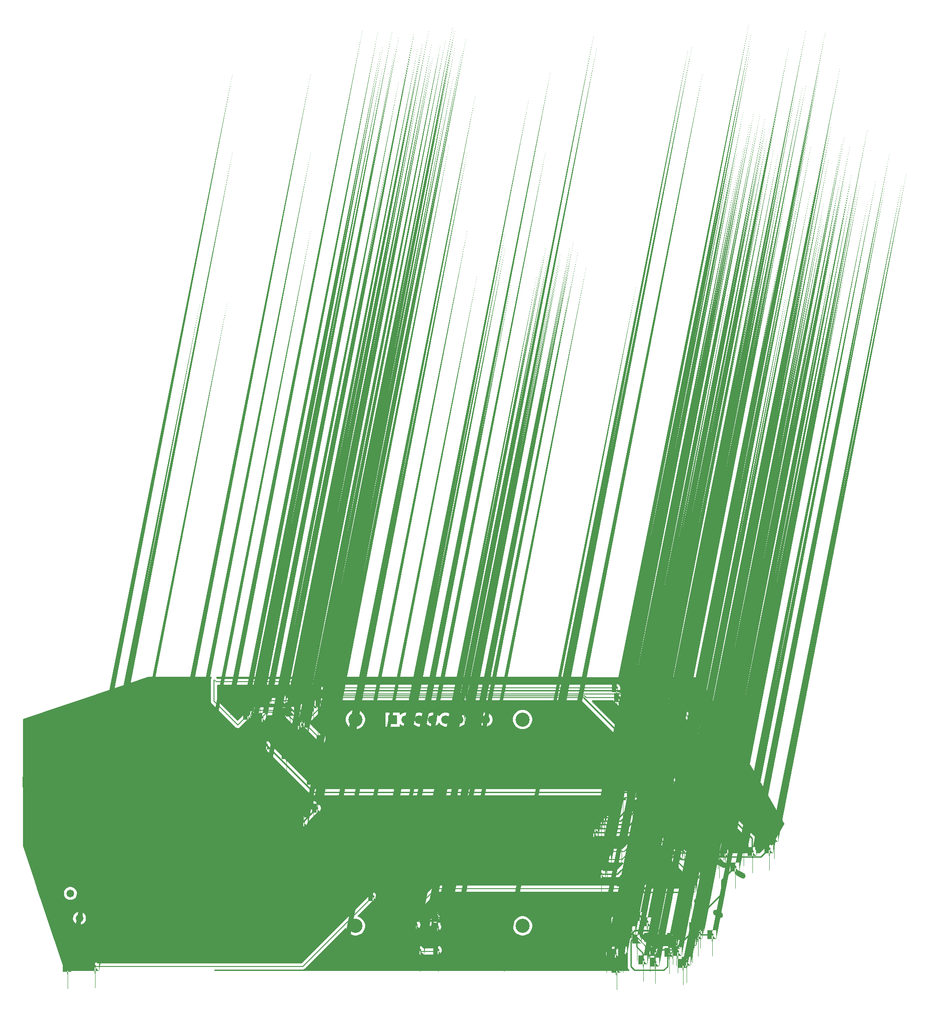
<source format=gbr>
%TF.GenerationSoftware,Flux,Pcbnew,7.0.11-7.0.11~ubuntu20.04.1*%
%TF.CreationDate,2024-08-16T15:28:37+00:00*%
%TF.ProjectId,input,696e7075-742e-46b6-9963-61645f706362,rev?*%
%TF.SameCoordinates,Original*%
%TF.FileFunction,Copper,L2,Bot*%
%TF.FilePolarity,Positive*%
%FSLAX46Y46*%
G04 Gerber Fmt 4.6, Leading zero omitted, Abs format (unit mm)*
G04 Filename: betterflipperzero*
G04 Build it with Flux! Visit our site at: https://www.flux.ai (PCBNEW 7.0.11-7.0.11~ubuntu20.04.1) date 2024-08-16 15:28:37*
%MOMM*%
%LPD*%
G01*
G04 APERTURE LIST*
G04 Aperture macros list*
%AMHorizOval*
0 Thick line with rounded ends*
0 $1 width*
0 $2 $3 position (X,Y) of the first rounded end (center of the circle)*
0 $4 $5 position (X,Y) of the second rounded end (center of the circle)*
0 Add line between two ends*
20,1,$1,$2,$3,$4,$5,0*
0 Add two circle primitives to create the rounded ends*
1,1,$1,$2,$3*
1,1,$1,$4,$5*%
%AMFreePoly0*
4,1,129,0.022069,0.299187,0.036723,0.297744,0.051289,0.295583,0.065730,0.292711,0.080014,0.289133,0.094105,0.284858,0.107969,0.279898,0.121572,0.274263,0.134883,0.267967,0.147869,0.261026,0.160499,0.253456,0.172742,0.245275,0.184569,0.236504,0.195952,0.227163,0.206862,0.217274,0.217274,0.206862,0.227163,0.195952,0.236504,0.184569,0.245275,0.172742,0.253456,0.160499,
0.261026,0.147869,0.267967,0.134883,0.274263,0.121572,0.279898,0.107969,0.284858,0.094105,0.289133,0.080014,0.292711,0.065730,0.295583,0.051289,0.297744,0.036723,0.299187,0.022069,0.299910,0.007362,0.299910,-0.007362,0.299187,-0.022069,0.297744,-0.036723,0.295583,-0.051289,0.292711,-0.065730,0.289133,-0.080014,0.284858,-0.094105,0.279898,-0.107969,0.274263,-0.121572,
0.267967,-0.134883,0.261026,-0.147869,0.253456,-0.160499,0.245275,-0.172742,0.236504,-0.184569,0.227163,-0.195952,0.217274,-0.206862,0.206862,-0.217274,0.195952,-0.227163,0.184569,-0.236504,0.172742,-0.245275,0.160499,-0.253456,0.147869,-0.261026,0.134883,-0.267967,0.121572,-0.274263,0.107969,-0.279898,0.094105,-0.284858,0.080014,-0.289133,0.065730,-0.292711,0.051289,-0.295583,
0.036723,-0.297744,0.022069,-0.299187,0.007362,-0.299910,-0.007362,-0.299910,-0.022069,-0.299187,-0.036723,-0.297744,-0.051289,-0.295583,-0.065730,-0.292711,-0.080014,-0.289133,-0.094105,-0.284858,-0.107969,-0.279898,-0.121572,-0.274263,-0.134883,-0.267967,-0.147869,-0.261026,-0.160499,-0.253456,-0.172742,-0.245275,-0.184569,-0.236504,-0.195952,-0.227163,-0.206862,-0.217274,-0.217274,-0.206862,
-0.227163,-0.195952,-0.236504,-0.184569,-0.245275,-0.172742,-0.253456,-0.160499,-0.261026,-0.147869,-0.267967,-0.134883,-0.274263,-0.121572,-0.279898,-0.107969,-0.284858,-0.094105,-0.289133,-0.080014,-0.292711,-0.065730,-0.295583,-0.051289,-0.297744,-0.036723,-0.299187,-0.022069,-0.299910,-0.007362,-0.299910,0.007362,-0.299187,0.022069,-0.297744,0.036723,-0.295583,0.051289,-0.292711,0.065730,
-0.289133,0.080014,-0.284858,0.094105,-0.279898,0.107969,-0.274263,0.121572,-0.267967,0.134883,-0.261026,0.147869,-0.253456,0.160499,-0.245275,0.172742,-0.236504,0.184569,-0.227163,0.195952,-0.217274,0.206862,-0.206862,0.217274,-0.195952,0.227163,-0.184569,0.236504,-0.172742,0.245275,-0.160499,0.253456,-0.147869,0.261026,-0.134883,0.267967,-0.121572,0.274263,-0.107969,0.279898,
-0.094105,0.284858,-0.080014,0.289133,-0.065730,0.292711,-0.051289,0.295583,-0.036723,0.297744,-0.022069,0.299187,-0.007362,0.299910,0.007362,0.299910,0.022069,0.299187,0.022069,0.299187,$1*%
%AMFreePoly1*
4,1,5,0.850000,-0.850000,-0.850000,-0.850000,-0.850000,0.850000,0.850000,0.850000,0.850000,-0.850000,0.850000,-0.850000,$1*%
G04 Aperture macros list end*
%TA.AperFunction,ComponentPad*%
%ADD10C,1.473200*%
%TD*%
%TA.AperFunction,ComponentPad*%
%ADD11HorizOval,1.050000X-0.454663X0.262500X0.454663X-0.262500X0*%
%TD*%
%TA.AperFunction,ComponentPad*%
%ADD12FreePoly0,0.000000*%
%TD*%
%TA.AperFunction,ComponentPad*%
%ADD13C,1.700000*%
%TD*%
%TA.AperFunction,ComponentPad*%
%ADD14FreePoly1,0.000000*%
%TD*%
%TA.AperFunction,ComponentPad*%
%ADD15C,2.700000*%
%TD*%
%TA.AperFunction,ComponentPad*%
%ADD16C,0.400000*%
%TD*%
%TA.AperFunction,Conductor*%
%ADD17C,0.300000*%
%TD*%
%TA.AperFunction,Conductor*%
%ADD18C,0.150000*%
%TD*%
%TA.AperFunction,Conductor*%
%ADD19C,0.254000*%
%TD*%
G04 APERTURE END LIST*
D10*
%TO.P,,63b0037f-4f66-4768-b2de-fbd4c6ec7e4c__6567e3ba-d922-443a-bbad-ba66a5f5beb2*%
%TO.N,N/C*%
X-67877930Y-7245555D03*
%TO.P,,63b0037f-4f66-4768-b2de-fbd4c6ec7e4c__940075bf-dfc7-4af3-8f61-03630f79ad7a*%
X-67009198Y-9632374D03*
%TO.P,,63b0037f-4f66-4768-b2de-fbd4c6ec7e4c__a4d6decd-cc72-4621-9a62-ecb364dab4b8*%
X-66140465Y-12019193D03*
D11*
%TO.P,,a9728bda-38a0-4284-839c-b054ecb6658e__2326611f-98f6-a130-ac94-da96fde3ec8f*%
X56843000Y-1574574D03*
%TO.P,,a9728bda-38a0-4284-839c-b054ecb6658e__9415c64b-4f59-a6d9-e7ea-dc5b1de656fb*%
X52523018Y-9057044D03*
%TO.P,,a9728bda-38a0-4284-839c-b054ecb6658e__9b3c6dc7-8e8d-43a0-5d61-3a6777006a6c*%
X56143009Y-11147035D03*
%TO.P,,a9728bda-38a0-4284-839c-b054ecb6658e__e8284091-fcc7-bc14-948c-a2f31e589c00*%
X60462991Y-3664565D03*
D12*
%TO.P,,b47b39cd-066e-4d9b-819c-8c99630e36ba__55c7e7af-67a4-4066-a0f7-a2581e1d74bf*%
%TO.N,Net (P1)*%
X-21441616Y9699607D03*
%TO.P,,b47b39cd-066e-4d9b-819c-8c99630e36ba__6940ea2e-3799-43a3-a682-a446a143f7d9*%
X-23284634Y6424438D03*
%TO.P,,b47b39cd-066e-4d9b-819c-8c99630e36ba__de70eb82-9b2e-4f63-b72e-cc61ce8525f8*%
X-20706794Y9064481D03*
D13*
%TO.P,,fde93685-1b47-4d55-9189-6f2810ccf2d7__09777ebb-f9ec-a1d8-aacd-1e03d3e185cb*%
%TO.N,N/C*%
X9062700Y26038200D03*
%TO.P,,fde93685-1b47-4d55-9189-6f2810ccf2d7__17aa498e-7034-989d-93a1-20cf048a9bb7*%
X-1097300Y26038200D03*
D14*
%TO.P,,fde93685-1b47-4d55-9189-6f2810ccf2d7__780a0c78-b655-92b5-eb7b-7bb07a38f6bb*%
X-6177300Y26038200D03*
D13*
%TO.P,,fde93685-1b47-4d55-9189-6f2810ccf2d7__88186ed4-c72e-9151-10db-74afa3b3250f*%
X11602700Y26038200D03*
%TO.P,,fde93685-1b47-4d55-9189-6f2810ccf2d7__a5452cd5-cdfa-37d5-f511-cce953e8887a*%
X-3637300Y26038200D03*
%TO.P,,fde93685-1b47-4d55-9189-6f2810ccf2d7__bf89ace4-a929-4341-2316-5258132c0519*%
X6522700Y26038200D03*
%TO.P,,fde93685-1b47-4d55-9189-6f2810ccf2d7__e1477550-86e3-7622-8486-9d94b12c61a3*%
X3982700Y26038200D03*
%TO.P,,fde93685-1b47-4d55-9189-6f2810ccf2d7__fd60c3f0-3f20-7c4b-71bf-496c76bfff57*%
X1442700Y26038200D03*
D15*
%TO.P,,fde93685-1b47-4d55-9189-6f2810ccf2d7__9b5df1e0-9f2a-899f-2919-7db1566b6d64.mounts.13e7b21decf95421cd3e398441d8b521*%
X-13287300Y26038200D03*
%TO.P,,fde93685-1b47-4d55-9189-6f2810ccf2d7__9b5df1e0-9f2a-899f-2919-7db1566b6d64.mounts.13400cc629a4f6eba2ffef736c215646*%
X18712700Y-13461800D03*
%TO.P,,fde93685-1b47-4d55-9189-6f2810ccf2d7__9b5df1e0-9f2a-899f-2919-7db1566b6d64.mounts.9b67ec2108eab0208d9c6083db633c0f*%
X-13287300Y-13461800D03*
%TO.P,,fde93685-1b47-4d55-9189-6f2810ccf2d7__9b5df1e0-9f2a-899f-2919-7db1566b6d64.mounts.285fa6b931a40c0607ac10948467f53c*%
X18712700Y26038200D03*
D16*
%TO.P,,ff6aa628-a694-44a5-a8a3-0151430d2fb0__ee3a696f-ef70-402c-ab0c-7137ed4eee28.defaultFootprint.mounts.183bc2e5b0fd3164e75ded3f1243107f*%
X51805084Y13290543D03*
%TO.P,,ff6aa628-a694-44a5-a8a3-0151430d2fb0__ee3a696f-ef70-402c-ab0c-7137ed4eee28.defaultFootprint.mounts.9dc978c55082aad2fafacdbd9f5f57bc*%
X50592650Y12590542D03*
%TO.P,,ff6aa628-a694-44a5-a8a3-0151430d2fb0__ee3a696f-ef70-402c-ab0c-7137ed4eee28.defaultFootprint.mounts.a0d68b55a491274f814daab068f0c950*%
X51105083Y14502978D03*
%TO.P,,ff6aa628-a694-44a5-a8a3-0151430d2fb0__ee3a696f-ef70-402c-ab0c-7137ed4eee28.defaultFootprint.mounts.afcd757d940930679b843bc1e4386240*%
X49892648Y13802977D03*
%TO.P,,ff6aa628-a694-44a5-a8a3-0151430d2fb0__ee3a696f-ef70-402c-ab0c-7137ed4eee28.defaultFootprint.mounts.4504ff15bdcf4818a54146cc7a8e9a0d*%
X50405081Y15715413D03*
%TO.P,,ff6aa628-a694-44a5-a8a3-0151430d2fb0__ee3a696f-ef70-402c-ab0c-7137ed4eee28.defaultFootprint.mounts.19f3852e009ba6bfae8a2fce513ef1dd*%
X49192647Y15015411D03*
%TO.P,,ff6aa628-a694-44a5-a8a3-0151430d2fb0__ee3a696f-ef70-402c-ab0c-7137ed4eee28.defaultFootprint.mounts.6d4d26d8edc27532900a7c937b5e863d*%
X52061301Y14246762D03*
%TO.P,,ff6aa628-a694-44a5-a8a3-0151430d2fb0__ee3a696f-ef70-402c-ab0c-7137ed4eee28.defaultFootprint.mounts.f2ecf32f083cf9b5783a264d7a48b752*%
X50848866Y13546760D03*
%TO.P,,ff6aa628-a694-44a5-a8a3-0151430d2fb0__ee3a696f-ef70-402c-ab0c-7137ed4eee28.defaultFootprint.mounts.cf10f8cc0c36fe03b55323802961a88d*%
X49636431Y12846759D03*
%TO.P,,ff6aa628-a694-44a5-a8a3-0151430d2fb0__ee3a696f-ef70-402c-ab0c-7137ed4eee28.defaultFootprint.mounts.52e844226e796b1c42a9f7f1323ab2f7*%
X51361299Y15459196D03*
%TO.P,,ff6aa628-a694-44a5-a8a3-0151430d2fb0__ee3a696f-ef70-402c-ab0c-7137ed4eee28.defaultFootprint.mounts.a17b4eabb5e4ad17dbcba1ef557d9230*%
X48936430Y14059193D03*
%TO.P,,ff6aa628-a694-44a5-a8a3-0151430d2fb0__ee3a696f-ef70-402c-ab0c-7137ed4eee28.defaultFootprint.mounts.fab9ee6953aa1da2d8a8f965443f1f1b*%
X50148865Y14759195D03*
D12*
%TO.P,,09a0e7c6-09e8-4f5f-a168-32f6329de5e8*%
%TO.N,Net 16*%
X34820100Y752000D03*
%TO.P,,a5439476-9567-42e8-a98d-dd1d1b920f5c*%
X-10010600Y-7822900D03*
%TO.P,,bb00ebbc-a39c-4b97-b0b8-16b0d5d33276*%
X-63249400Y-21211500D03*
%TO.P,,fd2d053a-f7ac-4871-8a0d-b5b83115d03c*%
X39690600Y2293800D03*
%TO.P,,207bfe61-dce0-4f39-be21-0d850f98b387*%
%TO.N,Net 10*%
X62644100Y752000D03*
%TO.P,,a650fbb7-4685-45b4-a32a-ea1cce39617a*%
X54068300Y23764000D03*
%TO.P,,1638bd10-5d5f-4506-beb8-c4c1ae55b9f1*%
%TO.N,Net 71*%
X42265200Y7315000D03*
%TO.P,,2209099c-0e5a-4d5b-9cf4-939196e3f585*%
X32244000Y4399700D03*
%TO.P,,347703a5-faa3-4a19-8658-400d6e74c78d*%
%TO.N,Net 6*%
X-25865600Y28437800D03*
%TO.P,,8766b817-0d94-4bd6-be7a-57be64c73932*%
X45440200Y18264700D03*
%TO.P,,24d149d7-57ad-41a5-82b0-f953ae1209e0*%
%TO.N,Net 62*%
X-1649200Y-11819900D03*
%TO.P,,3be09ced-8b1d-4957-bfe7-cf21072be47b*%
X35662500Y8430600D03*
%TO.P,,b1f48018-bbba-4b06-ac27-e0fd060498ae*%
X-1649300Y-13281200D03*
%TO.P,,f22ec80d-6ed8-4d7e-8ad4-d7de92d393e7*%
X39690600Y11092800D03*
%TO.P,,18d2af54-33b4-45f5-87c2-a97e42e974ba*%
%TO.N,Net 65*%
X33677400Y6628900D03*
%TO.P,,cd64bbf7-7521-47ff-9578-1a4204109cc2*%
X40675400Y9824400D03*
%TO.P,,0c85706e-6f5b-4ace-a825-248c5702f3e0*%
%TO.N,Net 23*%
X56082500Y1537000D03*
%TO.P,,209adb60-70ca-407f-9789-bdfa4b496d77*%
X513300Y-12898100D03*
%TO.P,,89aff26b-4801-44a3-a411-c7bafe8d9179*%
X3890000Y-11489600D03*
%TO.P,,d6ea0405-654b-4f2f-908e-f6052c9960d9*%
X54754900Y1537000D03*
%TO.P,,f24f021c-63fe-4c0d-a090-e2efc6a7078b*%
X513300Y-11819900D03*
%TO.P,,f9926f4d-3eaa-4ac8-b328-7df214e869a9*%
X2338600Y-10656500D03*
%TO.P,,20ae2f0a-8201-4819-835e-11af35ee14f1*%
%TO.N,Net 58*%
X-24097800Y28314700D03*
%TO.P,,62b8ada6-d1ed-4fe0-bf0a-13137be8c887*%
X-30392800Y29614500D03*
%TO.P,,27aa7de7-8d81-4dd5-a01b-553cb046d2d7*%
%TO.N,Net 61*%
X48378700Y12940400D03*
%TO.P,,2d405da3-1a4f-47e2-a130-dc9189ce5603*%
X2338600Y-11819900D03*
%TO.P,,7ba6208f-4c89-40e1-b6af-6eee6e1d4445*%
X54940400Y10614600D03*
%TO.P,,b1b52176-e2d8-4bcd-9a02-740a3a933d32*%
X52411300Y12590500D03*
%TO.P,,bc4632b3-05e1-47be-9f6a-fbd40574d009*%
X2338600Y-13655800D03*
%TO.P,,cc960b0f-1771-47f2-9335-c8f93f98199f*%
X36834700Y12940600D03*
%TO.P,,01173b48-433f-476a-8512-74e8639255fa*%
%TO.N,Net 27*%
X-22680800Y26391700D03*
%TO.P,,1e3a95c6-b6ca-41fb-b598-488343e0906d*%
X-21374200Y29022400D03*
%TO.P,,29738394-fc21-4af3-a422-23968b129d75*%
X-19610900Y30899500D03*
%TO.P,,299a8220-cd96-43c9-b804-11321be162cb*%
X55934200Y8618600D03*
%TO.P,,984e020b-c8eb-4202-ada3-974d2924432e*%
X-26790700Y27458700D03*
%TO.P,,9d14486d-19d5-44bb-8658-f328cde09b27*%
X-31278200Y26391700D03*
%TO.P,,c5a86da6-6979-45c7-91b2-233b6e3c2928*%
X-24299300Y24977600D03*
%TO.P,,87fc061c-74f9-4937-b412-e6bfcb352be4*%
%TO.N,Net 13*%
X50748200Y-5074800D03*
%TO.P,,e8682695-0348-472d-818d-7dad2f3a248a*%
X46453400Y752000D03*
%TO.P,,04735876-aa60-49a8-b3ef-dafb8d97c6dc*%
%TO.N,Net 42*%
X51981500Y-3542800D03*
%TO.P,,547e7e36-499d-4f71-9a58-2572d818a868*%
X53515600Y-3078000D03*
%TO.P,,1fd422f1-5afb-405b-9c25-fb885ba1cce5*%
%TO.N,Net 18*%
X32556900Y5196200D03*
%TO.P,,fcb114d4-3c1e-416c-8a87-1015aa86ab0b*%
X41411300Y8074600D03*
%TO.P,,77028e07-86d5-4c74-86b8-4fccadde9762*%
%TO.N,Net 51*%
X42485100Y-12677400D03*
%TO.P,,8a8af2b2-8879-4748-8847-2b7529634d4f*%
X52625500Y-13650800D03*
%TO.P,,9a0ee4e0-4754-4aaf-bff0-f1295a4e016c*%
X41134600Y-11654800D03*
%TO.P,,9bb1d60f-9d26-468d-805d-ebec73a94ccf*%
X38212400Y-14387700D03*
%TO.P,,a41bcef6-0361-49d1-a9da-00d1fe06c176*%
X38904600Y-11654800D03*
%TO.P,,f469767e-8128-4d27-9fcb-dea7d323cce4*%
X51783800Y-13035700D03*
%TO.P,,5a9c113c-5fad-4d20-ad38-1092a578d5a8*%
%TO.N,Net 67*%
X-1048100Y-18080500D03*
%TO.P,,5cf0ab72-b0e8-468d-bb1b-498fc37da44e*%
X2450800Y-18080500D03*
%TO.P,,87bbf0b2-294f-4ec8-87a5-30d5eadfeee2*%
%TO.N,Net 37*%
X42900200Y4399600D03*
%TO.P,,ff81427f-6938-4db5-b12d-df1d49d8add8*%
X34820100Y-755000D03*
%TO.P,,0442ff68-1001-4515-90e7-06a3bb2211e8*%
%TO.N,Net 15*%
X-2733400Y-12054600D03*
%TO.P,,af7d761e-ee60-42c6-9816-10536eb24066*%
X57911700Y1306800D03*
%TO.P,,cd2aff56-552a-4c00-a823-26f61b872cb8*%
X-2203800Y-10656400D03*
%TO.P,,d0039dc1-28ca-4cba-a84f-90ac8649071e*%
X41957900Y-6323400D03*
%TO.P,,ec1e2995-e400-493b-b83d-c7534b5ac8e9*%
X-2627500Y-12898200D03*
%TO.P,,f4ac26bd-d357-4f15-91a3-4f859b83a5a1*%
X54265600Y3203700D03*
%TO.P,,0264205a-791d-4c03-94b2-af9399f566dc*%
%TO.N,Net 19*%
X42900200Y2488600D03*
%TO.P,,c98ae921-305c-485b-ae1e-21db8f3bbef9*%
X33677400Y-3542800D03*
%TO.P,,307e88f4-dc42-43b6-a702-2edeb4db613b*%
%TO.N,Net 57*%
X-33405100Y27781100D03*
%TO.P,,7989da36-5e86-4160-8c86-af81154e94c0*%
X-18405500Y26391700D03*
%TO.P,,cb6df5cb-6e1d-452c-b854-d627b1a8e27e*%
X-19852000Y22218200D03*
%TO.P,,6775c09e-24aa-4cb4-96bd-0e9dbbb39c8e*%
%TO.N,Net 68*%
X65882100Y1306800D03*
%TO.P,,bca37ccc-f576-4123-bd04-3af01d74a4e4*%
X56268000Y-196400D03*
%TO.P,,99a22899-0baf-435b-b480-7ce225c449d8*%
%TO.N,Net 12*%
X34327800Y7315000D03*
%TO.P,,ee16f9e1-d42b-47ec-b89a-e792100960ad*%
X40098700Y10260700D03*
%TO.P,,0a2b44d0-4c31-4e17-ac8a-650aab2b7d5e*%
%TO.N,GND*%
X6935900Y29968100D03*
%TO.P,,1c11753f-ba3c-4bc2-be14-7363f8c25c7e*%
X49391700Y-20658400D03*
%TO.P,,48bce387-0c37-4954-a6b6-4bf429cc0ca7*%
X46770300Y-18482000D03*
%TO.P,,5497b025-87f2-4bd4-82bf-cf54279d495f*%
X47263500Y-15662600D03*
%TO.P,,6a2c3106-476c-41b1-8704-f20712b56d6d*%
X7551200Y27698400D03*
%TO.P,,6aa23dd5-b5a5-4b2c-a172-eb0cbc48312c*%
X24964800Y27079700D03*
%TO.P,,7f1e0115-abea-4611-8826-6c1064e935ae*%
X37821500Y11423500D03*
%TO.P,,7f533269-2566-4ae7-9c2f-252f6400a4bb*%
X25763800Y27761800D03*
%TO.P,,a038efce-1679-48d2-9dd2-f55c39d1bf0d*%
X51181200Y-16412600D03*
%TO.P,,a1b2cd5e-ac41-4acb-aaac-2dd1f3635b58*%
X44024200Y-18396100D03*
%TO.P,,b80b3862-2a3c-44e5-8999-8d92642536fd*%
X52265600Y-15108900D03*
%TO.P,,bb25d5dc-cc56-4c14-9856-18a8bdec11ac*%
X42575300Y18264700D03*
%TO.P,,bbfc730c-79c0-46ee-9314-bfb150350888*%
X56267900Y3350600D03*
%TO.P,,c2a06121-aa2e-44ef-a1a9-41b443d0512b*%
X51868600Y11714500D03*
%TO.P,,e0b6dfa5-3b66-4182-83f9-cfb7181fddd4*%
X-8884000Y-17653100D03*
%TO.P,,e6c870e3-3ee4-422e-a94c-332fd1cf1eff*%
X42817200Y-15662600D03*
%TO.P,,f008b36e-c631-4d32-8d68-21d83ef20b9c*%
X50076100Y-20224400D03*
%TO.P,,6d486441-d8c5-414f-bf81-0cfa98cb07fc.via3.7*%
X27750000Y22650000D03*
%TO.P,,6d486441-d8c5-414f-bf81-0cfa98cb07fc.via3.2*%
X-47250000Y22650000D03*
%TO.P,,6d486441-d8c5-414f-bf81-0cfa98cb07fc.via3.1*%
X-62250000Y22650000D03*
%TO.P,,6d486441-d8c5-414f-bf81-0cfa98cb07fc.via2.5*%
X-2250000Y7650000D03*
%TO.P,,6d486441-d8c5-414f-bf81-0cfa98cb07fc.via2.4*%
X-17250000Y7650000D03*
%TO.P,,6d486441-d8c5-414f-bf81-0cfa98cb07fc.via2.3*%
X-32250000Y7650000D03*
%TO.P,,6d486441-d8c5-414f-bf81-0cfa98cb07fc.via2.2*%
X-47250000Y7650000D03*
%TO.P,,6d486441-d8c5-414f-bf81-0cfa98cb07fc.via2.1*%
X-62250000Y7650000D03*
%TO.P,,6d486441-d8c5-414f-bf81-0cfa98cb07fc.via1.4*%
X-17250000Y-7350000D03*
%TO.P,,6d486441-d8c5-414f-bf81-0cfa98cb07fc.via1.2*%
X-47250000Y-7350000D03*
%TO.P,,6196e16c-7979-42d9-ad76-d445ddcc023d*%
%TO.N,Net 60*%
X47612100Y20464400D03*
%TO.P,,8356cf02-b333-4ecf-9e76-3fdb20e3ea38*%
X36633700Y32094000D03*
%TO.P,,a681c5ee-d869-4702-9617-cfb630c6daa8*%
X37059000Y30274800D03*
%TO.P,,fb35e27d-4a78-4c9e-b249-daa247fc444f*%
X-33979700Y26877400D03*
%TO.P,,32ca3a93-bba3-4c95-ab01-a7d48099238a*%
%TO.N,Net 59*%
X-23899800Y25684700D03*
%TO.P,,432c190e-7c6c-4629-a38a-289f299b0d74*%
X-24649800Y30899500D03*
%TO.P,,8c6fb8ec-4a97-4d96-9b68-1593b071ff7f*%
X-22461600Y27960600D03*
%TO.P,,9ecb8053-2c34-42dd-aa87-3024201c3ca2*%
X-25865600Y27601100D03*
%TO.P,,0ec2af76-9b66-48f3-a4a8-54f28df96267*%
%TO.N,Net 3*%
X-30392800Y21157500D03*
%TO.P,,1eaf378b-8dbd-49d5-8fd8-018d2d19bfe8*%
X59350200Y-2180600D03*
%TO.P,,297875d3-6ab7-425d-822c-8615cb265d7d*%
X39690600Y14059200D03*
%TO.P,,29ece115-5ec5-4e1a-aa3f-630b2d4a187a*%
X39690600Y12119600D03*
%TO.P,,6cae4a02-7858-4adb-abfa-c0b26730a22e*%
X44024200Y-20353900D03*
%TO.P,,fb6fff71-3ec6-4a7f-8d99-817b3e6bc926*%
X57367800Y495100D03*
%TO.P,,1d9e1414-e1fb-4408-8873-1aea5c839521*%
%TO.N,Net 44*%
X50958500Y-6132300D03*
%TO.P,,56c795dd-ded3-4d13-b249-e762881859f4*%
X39471200Y-14387600D03*
%TO.P,,dbd85782-9d4a-4d35-82c0-c87f9340991b*%
X39471100Y-14387700D03*
%TO.P,,42cda95b-14da-48be-890f-8489d13776ef*%
%TO.N,Net 20*%
X-27484600Y30341100D03*
%TO.P,,5d5dd051-ccc1-4574-aa30-766a32dbaf3d*%
X46933700Y20113400D03*
%TO.P,,bce8f571-2969-44a2-8e6b-e7d608574577*%
X-27484600Y29839900D03*
%TO.P,,d414dfef-8bc4-4ba2-a1da-e591f79817a4*%
X-19610900Y27698300D03*
%TO.P,,d9c929ea-34a2-4451-8b3c-4ed1978d07de*%
X-20020100Y29336000D03*
%TO.P,,e7371f10-f576-454d-a515-931f4f247937*%
X-17535200Y29336000D03*
%TO.P,,0ba9d843-8043-47c1-9b1d-99bc8f3e4457*%
%TO.N,Net 36*%
X33125800Y5935800D03*
%TO.P,,26f2aa59-ac57-46ec-8b49-6b016da470f4*%
X40675400Y9007900D03*
%TO.P,,0bb2d42d-cd1d-4613-8ded-d1548f42c05e*%
%TO.N,Net 39*%
X37608500Y15118100D03*
%TO.P,,3aef87f0-7e20-4b50-877e-3518ec160918*%
X36373800Y-18703000D03*
%TO.P,,53003c4b-45ff-46d7-9773-f4d178b73864*%
X47612100Y30899500D03*
%TO.P,,612118c2-8d54-4ec9-b86e-2c9f77602be6*%
X41779400Y-19976000D03*
%TO.P,,a2e25e8b-db38-4693-85f8-e128b4206fee*%
X38904600Y-9610800D03*
%TO.P,,b65aa16b-f548-4922-b1f7-fde41a5b7604*%
X41779400Y-19975700D03*
%TO.P,,cfcc94f9-2960-459e-a499-888820702cf8*%
X41779400Y-19975700D03*
%TO.P,,e4262e91-97c3-4149-8109-5f20bcfdb5dc*%
X-20020100Y31577900D03*
%TO.P,,f00835aa-4bee-4063-806c-f1905ca385f0*%
X40533700Y-16011200D03*
%TO.P,,f1697550-c64e-4953-b655-4bebb92cc8c9*%
X38799200Y14675100D03*
%TO.P,,13ed02ec-455c-4228-9391-f37b0673b352*%
%TO.N,Net 52*%
X54995000Y-15108900D03*
%TO.P,,2765ba84-73cf-4e7b-bcce-b3ba41b84a0b*%
X37812400Y-18310700D03*
%TO.P,,3481bf63-ebb2-4752-9003-f489efb7f34d*%
X34703400Y-18310700D03*
%TO.P,,42e6fb36-b780-480a-ad2b-f9716734e04a*%
X47423800Y-16726300D03*
%TO.P,,8fdf950a-6024-4205-b211-1a80856d01a7*%
X35690200Y-18310500D03*
%TO.P,,95f910c8-75bc-4a4d-bc3f-551c1527a05b*%
X37812500Y-18310700D03*
%TO.P,,d602e7bc-ce25-48e9-933c-900972f0a96d*%
X46770300Y-16012600D03*
%TO.P,,d78f01b3-265d-45cb-a132-82fa5d007254*%
X51461500Y-13651000D03*
%TO.P,,efc4761c-483a-4a34-b530-6b625bfd6c42*%
X48124100Y-17040300D03*
%TO.P,,6a511f93-fd61-4c61-8898-c57759339e15*%
%TO.N,Net 5*%
X43031400Y-18063400D03*
%TO.P,,a04df105-bec7-4903-a160-04d1c57021e6*%
X48342100Y-18396100D03*
%TO.P,,87e76f1a-bbef-4d27-a374-b311089021c5*%
%TO.N,Net 14*%
X53265600Y-2314900D03*
%TO.P,,b7399197-4958-4fdd-98c9-2a5ee51927ed*%
X48425000Y-9000D03*
%TO.P,,6d486441-d8c5-414f-bf81-0cfa98cb07fc.via.island.40*%
%TO.N,GND*%
X48554900Y8694700D03*
%TO.P,,6d486441-d8c5-414f-bf81-0cfa98cb07fc.via.island.39*%
X51868500Y6268500D03*
%TO.P,,6d486441-d8c5-414f-bf81-0cfa98cb07fc.via.island.38*%
X49616100Y1685400D03*
%TO.P,,6d486441-d8c5-414f-bf81-0cfa98cb07fc.via.island.37*%
X54470700Y9340500D03*
%TO.P,,6d486441-d8c5-414f-bf81-0cfa98cb07fc.via.island.36*%
X60956000Y2164300D03*
%TO.P,,6d486441-d8c5-414f-bf81-0cfa98cb07fc.via.island.35*%
X63555800Y7313000D03*
%TO.P,,6d486441-d8c5-414f-bf81-0cfa98cb07fc.via.island.34*%
X66775400Y3449700D03*
%TO.P,,6d486441-d8c5-414f-bf81-0cfa98cb07fc.via.island.33*%
X48896500Y17088200D03*
%TO.P,,6d486441-d8c5-414f-bf81-0cfa98cb07fc.via.island.32*%
X51270200Y30606700D03*
%TO.P,,6d486441-d8c5-414f-bf81-0cfa98cb07fc.via.island.31*%
X36814000Y26867600D03*
%TO.P,,6d486441-d8c5-414f-bf81-0cfa98cb07fc.via.island.30*%
X44323500Y27662400D03*
%TO.P,,6d486441-d8c5-414f-bf81-0cfa98cb07fc.via.island.29*%
X59343500Y11936400D03*
%TO.P,,6d486441-d8c5-414f-bf81-0cfa98cb07fc.via.island.28*%
X50093800Y23296800D03*
%TO.P,,6d486441-d8c5-414f-bf81-0cfa98cb07fc.via.island.27*%
X-20536600Y25355800D03*
%TO.P,,6d486441-d8c5-414f-bf81-0cfa98cb07fc.via.island.26*%
X50931700Y-2149000D03*
%TO.P,,6d486441-d8c5-414f-bf81-0cfa98cb07fc.via.island.25*%
X-5524300Y17614700D03*
%TO.P,,6d486441-d8c5-414f-bf81-0cfa98cb07fc.via.island.24*%
X15050300Y-18063900D03*
%TO.P,,6d486441-d8c5-414f-bf81-0cfa98cb07fc.via.island.23*%
X-15710800Y18408800D03*
%TO.P,,6d486441-d8c5-414f-bf81-0cfa98cb07fc.via.island.22*%
X43725600Y-1108500D03*
%TO.P,,6d486441-d8c5-414f-bf81-0cfa98cb07fc.via.island.21*%
X5523500Y-14402400D03*
%TO.P,,6d486441-d8c5-414f-bf81-0cfa98cb07fc.via.island.20*%
X37028400Y-8777400D03*
%TO.P,,6d486441-d8c5-414f-bf81-0cfa98cb07fc.via.island.19*%
X-15408200Y-16037100D03*
%TO.P,,6d486441-d8c5-414f-bf81-0cfa98cb07fc.via.island.18*%
X-9980400Y-10609900D03*
%TO.P,,6d486441-d8c5-414f-bf81-0cfa98cb07fc.via.island.17*%
X33011900Y-17403700D03*
%TO.P,,6d486441-d8c5-414f-bf81-0cfa98cb07fc.via.island.16*%
X-21772400Y14447800D03*
%TO.P,,6d486441-d8c5-414f-bf81-0cfa98cb07fc.via.island.15*%
X-33511300Y23643000D03*
%TO.P,,6d486441-d8c5-414f-bf81-0cfa98cb07fc.via.island.14*%
X-26609600Y19321900D03*
%TO.P,,6d486441-d8c5-414f-bf81-0cfa98cb07fc.via.island.13*%
X35599500Y15328400D03*
%TO.P,,6d486441-d8c5-414f-bf81-0cfa98cb07fc.via.island.12*%
X-23305700Y23649000D03*
%TO.P,,6d486441-d8c5-414f-bf81-0cfa98cb07fc.via.island.11*%
X34185000Y2921800D03*
%TO.P,,6d486441-d8c5-414f-bf81-0cfa98cb07fc.via.island.10*%
X-1357300Y22845200D03*
%TO.P,,6d486441-d8c5-414f-bf81-0cfa98cb07fc.via.island.9*%
X37630500Y2550000D03*
%TO.P,,6d486441-d8c5-414f-bf81-0cfa98cb07fc.via.island.8*%
X49349800Y-4194500D03*
%TO.P,,6d486441-d8c5-414f-bf81-0cfa98cb07fc.via.island.7*%
X-68515100Y-21415200D03*
%TO.P,,6d486441-d8c5-414f-bf81-0cfa98cb07fc.via.island.6*%
X36623500Y-21565500D03*
%TO.P,,6d486441-d8c5-414f-bf81-0cfa98cb07fc.via.island.5*%
X37630500Y-5100500D03*
%TO.P,,6d486441-d8c5-414f-bf81-0cfa98cb07fc.via.island.4*%
X-3941000Y-16177200D03*
%TO.P,,6d486441-d8c5-414f-bf81-0cfa98cb07fc.via.island.3*%
X3020400Y-9601200D03*
%TO.P,,6d486441-d8c5-414f-bf81-0cfa98cb07fc.via.island.2*%
X-34366600Y30671300D03*
%TO.P,,6d486441-d8c5-414f-bf81-0cfa98cb07fc.via.island.1*%
X-37317400Y31007200D03*
%TO.P,,6d486441-d8c5-414f-bf81-0cfa98cb07fc.via.island.0*%
X-31621500Y30653100D03*
%TD*%
D17*
%TO.N,Net (P1)*%
X-23284634Y6424438D02*
X-23284917Y6424438D01*
X-21441616Y9699607D02*
X-21441899Y9699607D01*
X-20657933Y9072046D02*
X-20664155Y9065824D01*
X-23284634Y6424438D02*
X-23284917Y6424438D01*
X-20664155Y9065824D02*
X-20696399Y9065824D01*
X-20705450Y9065824D02*
X-20696399Y9065824D01*
X-23294322Y6435681D02*
X-20657933Y9072046D01*
X-21441616Y9699607D02*
X-21441899Y9699607D01*
X-21489629Y9729094D02*
X-21489912Y9729094D01*
X-21489629Y9729094D02*
X-21489912Y9729094D01*
X-20706794Y9064481D02*
X-20705521Y9065753D01*
D18*
%TO.N,Net 16*%
X38148800Y752000D02*
X39690600Y2293800D01*
X-23399200Y-21211500D02*
X-10010600Y-7822900D01*
X34820100Y752000D02*
X38148800Y752000D01*
X-63249400Y-21211500D02*
X-23399200Y-21211500D01*
D19*
%TO.N,Net 10*%
X62644100Y752000D02*
X62644100Y3324600D01*
X56268000Y21564200D02*
X54068200Y23764000D01*
X62644000Y3324500D02*
X56268000Y9700500D01*
X56268000Y9700600D02*
X56268000Y21564200D01*
X54068300Y23764000D02*
X54068500Y23764200D01*
%TO.N,Net 71*%
X39349800Y4399600D02*
X42265200Y7315000D01*
X32244000Y4399700D02*
X39349800Y4399700D01*
X42265200Y7315000D02*
X42265400Y7315200D01*
D18*
%TO.N,Net 6*%
X-23949200Y26877400D02*
X-24305200Y26877400D01*
X-18090600Y30274900D02*
X-22680800Y25684700D01*
D19*
X44635000Y18264800D02*
X43535200Y19364600D01*
X45440200Y18264700D02*
X44635000Y18264700D01*
D18*
X-22680800Y25684700D02*
X-22756400Y25684700D01*
D19*
X43535200Y19364600D02*
X41275000Y19364600D01*
X41274900Y19364600D02*
X30364700Y30274800D01*
D18*
X-24305200Y26877400D02*
X-25865600Y28437800D01*
X-22756400Y25684700D02*
X-23949200Y26877500D01*
X30364700Y30274800D02*
X-18090700Y30274800D01*
D19*
%TO.N,Net 62*%
X39690600Y11092800D02*
X38324600Y11092800D01*
X35662400Y8430600D02*
X35662600Y8430800D01*
X38324700Y11092800D02*
X35662500Y8430600D01*
X-1649100Y-11819900D02*
X-1649300Y-13281300D01*
%TO.N,Net 65*%
X37479800Y6628900D02*
X40675400Y9824500D01*
X33677400Y6628900D02*
X37479800Y6628900D01*
%TO.N,Net 23*%
X513300Y-11819900D02*
X513300Y-12898100D01*
X56082500Y1537000D02*
X54754900Y1537000D01*
X3890000Y-11489600D02*
X3171600Y-11489600D01*
X3171600Y-11489500D02*
X2338600Y-10656500D01*
D18*
%TO.N,Net 58*%
X-25397600Y29614500D02*
X-24097800Y28314700D01*
X-30392800Y29614500D02*
X-25397600Y29614500D01*
D19*
%TO.N,Net 61*%
X54387300Y10614500D02*
X52411300Y12590500D01*
X54940400Y10614600D02*
X54387200Y10614600D01*
X2338600Y-11819800D02*
X2338600Y-13655800D01*
X39351700Y18712700D02*
X39351700Y17532500D01*
X48378700Y13387500D02*
X43053500Y18712700D01*
X48378700Y12940400D02*
X48378700Y13387600D01*
X39351700Y17532400D02*
X36834700Y15015400D01*
X36834700Y15015400D02*
X36834700Y12940600D01*
X43053500Y18712700D02*
X39351700Y18712700D01*
D18*
%TO.N,Net 27*%
X-24299300Y24977500D02*
X-26780500Y27458700D01*
X52523000Y24486600D02*
X52523000Y22357400D01*
X-21374200Y27698300D02*
X-22680800Y26391700D01*
X-26780500Y27458700D02*
X-26790700Y27458700D01*
X52523000Y22357400D02*
X55515800Y19364600D01*
X55515800Y9037000D02*
X55934200Y8618600D01*
X55515800Y19364600D02*
X55515800Y9037000D01*
X-19610900Y30899500D02*
X46110100Y30899500D01*
X-26790700Y27458700D02*
X-30211100Y27458700D01*
X46110200Y30899500D02*
X52523000Y24486700D01*
X-30211200Y27458700D02*
X-31278200Y26391700D01*
X-21374200Y29022400D02*
X-21374200Y27698400D01*
D19*
%TO.N,Net 13*%
X50748200Y-5074800D02*
X50748200Y-3542800D01*
X50748200Y-3542800D02*
X46453400Y752000D01*
%TO.N,Net 42*%
X53368500Y-3078000D02*
X52281100Y-4165400D01*
X52281100Y-4165400D02*
X52281100Y-3842400D01*
X53515600Y-3078000D02*
X53368600Y-3078000D01*
X52281100Y-3842400D02*
X51981500Y-3542800D01*
%TO.N,Net 18*%
X38532900Y5196200D02*
X41411300Y8074600D01*
X32556900Y5196200D02*
X38532900Y5196200D01*
%TO.N,Net 51*%
X52399000Y-13650800D02*
X51783800Y-13035600D01*
X38212400Y-14387700D02*
X38212400Y-12347100D01*
X52625500Y-13650800D02*
X52398900Y-13650800D01*
X41134600Y-11654800D02*
X41462400Y-11654800D01*
X38212400Y-12347000D02*
X38904600Y-11654800D01*
X41462500Y-11654800D02*
X42485100Y-12677400D01*
D18*
%TO.N,Net 67*%
X2450800Y-18080500D02*
X2240400Y-18080500D01*
X2240400Y-18080500D02*
X1963200Y-18357700D01*
X-770900Y-18357700D02*
X-1048100Y-18080500D01*
X1963200Y-18357600D02*
X-771000Y-18357600D01*
%TO.N,Net 37*%
X34820100Y-755000D02*
X37745700Y-755000D01*
X37745600Y-755000D02*
X42900200Y4399600D01*
%TO.N,Net 15*%
X-2733400Y-12792200D02*
X-2627400Y-12898200D01*
X41957900Y-6323400D02*
X2129100Y-6323400D01*
X54729000Y2740300D02*
X54265600Y3203700D01*
X56478100Y2740300D02*
X54728900Y2740300D01*
X-2733400Y-12054600D02*
X-2733400Y-12792200D01*
X57911700Y1306800D02*
X56478100Y2740400D01*
X2129200Y-6323400D02*
X-2203800Y-10656400D01*
D19*
%TO.N,Net 19*%
X33677400Y-3542800D02*
X36868800Y-3542800D01*
X36868800Y-3542800D02*
X42900200Y2488600D01*
D18*
%TO.N,Net 57*%
X-19852100Y22218100D02*
X-19851900Y22218300D01*
X-25415000Y27781100D02*
X-19852000Y22218100D01*
X-33405000Y27781100D02*
X-25415000Y27781100D01*
X-18405500Y26391700D02*
X-18405500Y23664700D01*
X-18405600Y23664600D02*
X-19852000Y22218200D01*
D19*
%TO.N,Net 68*%
X56267900Y-196400D02*
X64378900Y-196400D01*
X64378900Y-196400D02*
X65882100Y1306800D01*
%TO.N,Net 12*%
X34327800Y7315000D02*
X37153000Y7315000D01*
X37153100Y7315000D02*
X40098700Y10260600D01*
%TO.N,GND*%
X47612100Y-16011200D02*
X47263500Y-15662600D01*
X56267900Y7315100D02*
X51868500Y11714500D01*
X49642100Y-20658400D02*
X50076100Y-20224400D01*
X42817200Y-17162400D02*
X42817200Y-15662600D01*
X47612100Y-16162600D02*
X47612100Y-16011200D01*
X46770300Y-17004400D02*
X47612100Y-16162600D01*
D18*
X6935900Y29968100D02*
X6935900Y28313700D01*
D19*
X44024200Y-18369400D02*
X42817200Y-17162400D01*
X49391700Y-20658400D02*
X49642100Y-20658400D01*
X24964800Y27079700D02*
X25081600Y27079700D01*
X44024200Y-18396100D02*
X44024200Y-18369300D01*
X52265600Y-15328200D02*
X51181200Y-16412600D01*
X-13287300Y11210400D02*
X37608500Y11210400D01*
X56267900Y7315100D02*
X53524900Y7315100D01*
D18*
X6935900Y28313800D02*
X7551300Y27698400D01*
D19*
X37608500Y11210400D02*
X37821600Y11423500D01*
X52265600Y-15108900D02*
X52265600Y-15328100D01*
X56267900Y3350500D02*
X56267900Y7315100D01*
X-8884100Y6807200D02*
X-13287300Y11210400D01*
X53524900Y7315100D02*
X42575300Y18264700D01*
X-8884000Y-17653100D02*
X-8884000Y6807100D01*
X46770300Y-18482000D02*
X46770300Y-17004400D01*
X25081700Y27079700D02*
X25763800Y27761800D01*
X51868600Y11714400D02*
X51868800Y11714600D01*
D18*
%TO.N,Net 60*%
X36633700Y32094000D02*
X-17241900Y32094000D01*
D19*
X46869400Y20464400D02*
X37059000Y30274800D01*
D18*
X-35830200Y24977500D02*
X-35830200Y25026900D01*
X-35830200Y25027000D02*
X-33979800Y26877400D01*
X-18405600Y33257700D02*
X-39974400Y33257700D01*
D19*
X47612100Y20464400D02*
X46869500Y20464400D01*
D18*
X-40381700Y33665100D02*
X-40381700Y29529100D01*
X-40381800Y29529100D02*
X-35830200Y24977500D01*
X-39974300Y33257700D02*
X-40381700Y33665100D01*
X-17241800Y32093900D02*
X-18405600Y33257700D01*
%TO.N,Net 59*%
X-23165500Y26391700D02*
X-23165300Y26391900D01*
X-24649800Y30148700D02*
X-22461600Y27960500D01*
X-23165500Y26391700D02*
X-23165300Y26391900D01*
X-24649800Y30899500D02*
X-24649800Y30148700D01*
X-23949100Y25684700D02*
X-25865500Y27601100D01*
X-23899800Y25684700D02*
X-23949200Y25684700D01*
D19*
%TO.N,Net 3*%
X54015600Y-10180100D02*
X56843000Y-7352700D01*
X39690600Y12119600D02*
X-21354800Y12119600D01*
X47612100Y-17445400D02*
X48342100Y-17445400D01*
X-21354800Y12119600D02*
X-30392800Y21157600D01*
X50958500Y-14829000D02*
X50958500Y-13302800D01*
X45170900Y-17979000D02*
X47612100Y-17979000D01*
X48342100Y-17445400D02*
X50958500Y-14829000D01*
X54015600Y-10245700D02*
X54015600Y-10180100D01*
X57367900Y495100D02*
X47690500Y495100D01*
X44024200Y-20353900D02*
X44024200Y-19125700D01*
X41630200Y10614600D02*
X41630200Y12119600D01*
X47690500Y495100D02*
X44170100Y4015500D01*
X56843000Y-4687800D02*
X59350200Y-2180600D01*
X44170200Y4015400D02*
X44170200Y8074600D01*
X44170200Y8074600D02*
X41630200Y10614600D01*
X50958500Y-13302800D02*
X54015500Y-10245800D01*
X56843000Y-7352800D02*
X56843000Y-4687800D01*
X44024200Y-19125600D02*
X45170800Y-17979000D01*
X41630200Y12119600D02*
X39690600Y14059200D01*
X47612100Y-17979000D02*
X47612100Y-17445400D01*
%TO.N,Net 44*%
X39471200Y-14387600D02*
X39471200Y-8964200D01*
X41455300Y-6980100D02*
X50110700Y-6980100D01*
X50110700Y-6980100D02*
X50958500Y-6132300D01*
X39471200Y-8964200D02*
X41455400Y-6980000D01*
D18*
%TO.N,Net 20*%
X-27484600Y30341100D02*
X-27484600Y29839900D01*
X46933700Y20113400D02*
X46534900Y20113400D01*
X-19610900Y27698300D02*
X-19172900Y27698300D01*
X36373500Y30274800D02*
X30924900Y30274800D01*
X30605800Y30593900D02*
X-18762200Y30593900D01*
X-19172800Y27698300D02*
X-17535200Y29336000D01*
X30925000Y30274800D02*
X30605800Y30594000D01*
X-18762100Y30594000D02*
X-20020100Y29336000D01*
X46534800Y20113400D02*
X36373400Y30274800D01*
X-27484600Y29839800D02*
X-27484400Y29840000D01*
D19*
%TO.N,Net 36*%
X38324600Y6628900D02*
X38324600Y6657100D01*
X33125800Y5935800D02*
X37631400Y5935800D01*
X38324600Y6657100D02*
X40675400Y9007900D01*
X37631400Y5935700D02*
X38324600Y6628900D01*
%TO.N,Net 39*%
X41779400Y-19975700D02*
X41779400Y-18691100D01*
X46933700Y31577900D02*
X47612100Y30899500D01*
X36373800Y-18703000D02*
X36373800Y-12141600D01*
X-20020100Y31577900D02*
X46933700Y31577900D01*
X41779300Y-18691000D02*
X40533700Y-17445400D01*
X36373800Y-12141600D02*
X38904600Y-9610800D01*
X37608500Y15118100D02*
X38356100Y15118100D01*
X40533700Y-17445400D02*
X40533700Y-16162600D01*
X38356200Y15118100D02*
X38799200Y14675100D01*
%TO.N,Net 52*%
X34703400Y-18310500D02*
X34703600Y-18310300D01*
D17*
X37812500Y-18310700D02*
X37812500Y-17204900D01*
X39471400Y-15167900D02*
X40251600Y-14387700D01*
D19*
X51461400Y-13651000D02*
X51461600Y-13650800D01*
D17*
X45145300Y-14387700D02*
X46770300Y-16012700D01*
X39471400Y-15546000D02*
X39471400Y-15167800D01*
D19*
X37812500Y-18310700D02*
X37812700Y-18310500D01*
X54995100Y-15108900D02*
X52919300Y-15108900D01*
D17*
X37812400Y-17205000D02*
X39471400Y-15546000D01*
X40251600Y-14387700D02*
X45145400Y-14387700D01*
D18*
X47737800Y-17040300D02*
X47423800Y-16726300D01*
D19*
X52919300Y-15108800D02*
X51461500Y-13651000D01*
D18*
X48124100Y-17040300D02*
X47737900Y-17040300D01*
D19*
X35690200Y-18310500D02*
X34703400Y-18310500D01*
%TO.N,Net 5*%
X40112800Y-21915100D02*
X39471400Y-21273700D01*
X45743000Y-21915100D02*
X40112800Y-21915100D01*
D18*
X40533700Y-15294000D02*
X40533700Y-15565800D01*
D19*
X39471400Y-21273800D02*
X39471400Y-16356200D01*
X39471400Y-16356200D02*
X40533600Y-15294000D01*
D18*
X40533700Y-15565800D02*
X43031300Y-18063400D01*
X48342100Y-18396100D02*
X47540700Y-18396100D01*
X47540700Y-18396100D02*
X46461900Y-19474900D01*
D19*
X46461900Y-19475000D02*
X46461900Y-21196200D01*
X46462000Y-21196200D02*
X45743000Y-21915100D01*
%TO.N,Net 14*%
X49171000Y-755000D02*
X48425000Y-9000D01*
X53016100Y-2314900D02*
X51456100Y-754900D01*
X53265600Y-2314900D02*
X53016000Y-2314900D01*
X51456100Y-755000D02*
X49170900Y-755000D01*
%TD*%
%TA.AperFunction,Conductor*%
%TO.N,GND*%
G36*
X51307000Y-3090000D02*
G01*
X51183000Y-3090000D01*
X49660000Y-1567000D01*
X49737000Y-1382000D01*
X51164000Y-1382000D01*
X51219000Y-1405000D01*
X52418000Y-2604000D01*
X52302000Y-2803000D01*
X52088000Y-2745000D01*
X51876000Y-2745000D01*
X51671000Y-2802000D01*
X51493000Y-2904000D01*
X51307000Y-3090000D01*
G37*
%TD.AperFunction*%
%TA.AperFunction,Conductor*%
G36*
X-19044000Y25902000D02*
G01*
X-19003000Y25861000D01*
X-18980000Y25806000D01*
X-18980000Y23935000D01*
X-19003000Y23880000D01*
X-19789000Y23093000D01*
X-19913000Y23093000D01*
X-22124000Y25304000D01*
X-22124000Y25428000D01*
X-20359000Y27194000D01*
X-20235000Y27194000D01*
X-20101000Y27060000D01*
X-19914000Y26953000D01*
X-19717000Y26901000D01*
X-19505000Y26901000D01*
X-19201000Y26982000D01*
X-19079000Y26824000D01*
X-19146000Y26707000D01*
X-19150000Y26696000D01*
X-19203000Y26495000D01*
X-19203000Y26286000D01*
X-19151000Y26089000D01*
X-19044000Y25902000D01*
G37*
%TD.AperFunction*%
%TA.AperFunction,Conductor*%
G36*
X44014000Y-18248000D02*
G01*
X43829000Y-18171000D01*
X43829000Y-17959000D01*
X43775000Y-17754000D01*
X43667000Y-17574000D01*
X43668000Y-17574000D01*
X43523000Y-17427000D01*
X43524000Y-17427000D01*
X43339000Y-17321000D01*
X43340000Y-17321000D01*
X43134000Y-17266000D01*
X43079000Y-17266000D01*
X43024000Y-17243000D01*
X41185000Y-15404000D01*
X41162000Y-15353000D01*
X41152000Y-15131000D01*
X41241000Y-15038000D01*
X44845000Y-15038000D01*
X44900000Y-15061000D01*
X45964000Y-16125000D01*
X45984000Y-16159000D01*
X46028000Y-16321000D01*
X46132000Y-16502000D01*
X46279000Y-16649000D01*
X46465000Y-16757000D01*
X46572000Y-16785000D01*
X46629000Y-16841000D01*
X46683000Y-17036000D01*
X46778000Y-17202000D01*
X46691000Y-17352000D01*
X45265000Y-17352000D01*
X45256000Y-17351000D01*
X45215000Y-17352000D01*
X45126000Y-17352000D01*
X45116000Y-17353000D01*
X45114000Y-17353000D01*
X45101000Y-17355000D01*
X45069000Y-17356000D01*
X45013000Y-17373000D01*
X45005000Y-17375000D01*
X44953000Y-17385000D01*
X44931000Y-17397000D01*
X44919000Y-17402000D01*
X44881000Y-17414000D01*
X44825000Y-17454000D01*
X44819000Y-17458000D01*
X44780000Y-17480000D01*
X44773000Y-17485000D01*
X44742000Y-17520000D01*
X44014000Y-18248000D01*
G37*
%TD.AperFunction*%
%TA.AperFunction,Conductor*%
G36*
X-29903000Y28976000D02*
G01*
X-29862000Y29017000D01*
X-29807000Y29040000D01*
X-26612000Y29040000D01*
X-26526000Y28889000D01*
X-26609000Y28746000D01*
X-26609000Y28745000D01*
X-26663000Y28539000D01*
X-26663000Y28444000D01*
X-26751000Y28356000D01*
X-32820000Y28356000D01*
X-32875000Y28379000D01*
X-32915000Y28419000D01*
X-33095000Y28522000D01*
X-33094000Y28522000D01*
X-33301000Y28579000D01*
X-33509000Y28579000D01*
X-33715000Y28522000D01*
X-33895000Y28419000D01*
X-34043000Y28271000D01*
X-34146000Y28091000D01*
X-34203000Y27885000D01*
X-34203000Y27709000D01*
X-34260000Y27630000D01*
X-34294000Y27619000D01*
X-34470000Y27514000D01*
X-34472000Y27512000D01*
X-34617000Y27368000D01*
X-34618000Y27367000D01*
X-34723000Y27183000D01*
X-34777000Y26979000D01*
X-34777000Y26925000D01*
X-34800000Y26870000D01*
X-35793000Y25877000D01*
X-35917000Y25877000D01*
X-39784000Y29744000D01*
X-39807000Y29799000D01*
X-39807000Y32595000D01*
X-39719000Y32683000D01*
X-18676000Y32683000D01*
X-18621000Y32660000D01*
X-18351000Y32390000D01*
X-18428000Y32205000D01*
X-19491000Y32205000D01*
X-19529000Y32215000D01*
X-19717000Y32323000D01*
X-19914000Y32375000D01*
X-20126000Y32375000D01*
X-20323000Y32323000D01*
X-20510000Y32216000D01*
X-20658000Y32068000D01*
X-20761000Y31888000D01*
X-20818000Y31682000D01*
X-20818000Y31474000D01*
X-20761000Y31268000D01*
X-20658000Y31088000D01*
X-20510000Y30940000D01*
X-20507000Y30938000D01*
X-20448000Y30903000D01*
X-20408000Y30834000D01*
X-20408000Y30797000D01*
X-20353000Y30591000D01*
X-20352000Y30589000D01*
X-20252000Y30414000D01*
X-20250000Y30411000D01*
X-20128000Y30289000D01*
X-20173000Y30121000D01*
X-20324000Y30081000D01*
X-20510000Y29974000D01*
X-20658000Y29826000D01*
X-20660000Y29823000D01*
X-20742000Y29679000D01*
X-20864000Y29647000D01*
X-21063000Y29766000D01*
X-21268000Y29820000D01*
X-21479000Y29820000D01*
X-21685000Y29765000D01*
X-21866000Y29657000D01*
X-21867000Y29656000D01*
X-22012000Y29512000D01*
X-22115000Y29335000D01*
X-22172000Y29128000D01*
X-22172000Y28833000D01*
X-22282000Y28743000D01*
X-22355000Y28758000D01*
X-22414000Y28758000D01*
X-22469000Y28781000D01*
X-23998000Y30310000D01*
X-24011000Y30411000D01*
X-23909000Y30589000D01*
X-23852000Y30794000D01*
X-23852000Y31005000D01*
X-23909000Y31210000D01*
X-24011000Y31388000D01*
X-24159000Y31537000D01*
X-24160000Y31538000D01*
X-24347000Y31645000D01*
X-24544000Y31697000D01*
X-24753000Y31697000D01*
X-24957000Y31643000D01*
X-24959000Y31642000D01*
X-25141000Y31536000D01*
X-25288000Y31389000D01*
X-25392000Y31207000D01*
X-25447000Y31002000D01*
X-25447000Y30797000D01*
X-25392000Y30592000D01*
X-25254000Y30350000D01*
X-25322000Y30208000D01*
X-25430000Y30191000D01*
X-25442000Y30190000D01*
X-26599000Y30190000D01*
X-26687000Y30278000D01*
X-26687000Y30446000D01*
X-26742000Y30651000D01*
X-26742000Y30652000D01*
X-26850000Y30833000D01*
X-26850000Y30834000D01*
X-26995000Y30979000D01*
X-27172000Y31082000D01*
X-27379000Y31139000D01*
X-27590000Y31139000D01*
X-27795000Y31082000D01*
X-27973000Y30980000D01*
X-28122000Y30832000D01*
X-28123000Y30831000D01*
X-28230000Y30644000D01*
X-28282000Y30447000D01*
X-28282000Y30278000D01*
X-28370000Y30190000D01*
X-29808000Y30190000D01*
X-29863000Y30213000D01*
X-29903000Y30253000D01*
X-30090000Y30360000D01*
X-30287000Y30412000D01*
X-30496000Y30412000D01*
X-30700000Y30358000D01*
X-30702000Y30357000D01*
X-30884000Y30251000D01*
X-31031000Y30104000D01*
X-31135000Y29922000D01*
X-31190000Y29717000D01*
X-31190000Y29512000D01*
X-31135000Y29307000D01*
X-31031000Y29125000D01*
X-30884000Y28978000D01*
X-30702000Y28872000D01*
X-30700000Y28871000D01*
X-30496000Y28817000D01*
X-30287000Y28817000D01*
X-30090000Y28869000D01*
X-29903000Y28976000D01*
G37*
%TD.AperFunction*%
%TA.AperFunction,Conductor*%
G36*
X51452000Y16157000D02*
G01*
X51270000Y16157000D01*
X51061000Y16103000D01*
X50984000Y16124000D01*
X50835000Y16273000D01*
X50679000Y16364000D01*
X50495000Y16414000D01*
X50309000Y16414000D01*
X50140000Y16366000D01*
X50132000Y16363000D01*
X49979000Y16277000D01*
X49845000Y16143000D01*
X49752000Y15981000D01*
X49707000Y15806000D01*
X49707000Y15697000D01*
X49555000Y15610000D01*
X49464000Y15664000D01*
X49462000Y15665000D01*
X49289000Y15714000D01*
X49103000Y15714000D01*
X48919000Y15664000D01*
X48763000Y15573000D01*
X48635000Y15445000D01*
X48543000Y15287000D01*
X48543000Y15285000D01*
X48494000Y15112000D01*
X48494000Y14918000D01*
X48550000Y14718000D01*
X48530000Y14640000D01*
X48335000Y14443000D01*
X48210000Y14443000D01*
X45371000Y17282000D01*
X45448000Y17467000D01*
X45544000Y17467000D01*
X45751000Y17524000D01*
X45750000Y17524000D01*
X45930000Y17627000D01*
X46078000Y17775000D01*
X46181000Y17955000D01*
X46238000Y18161000D01*
X46238000Y18369000D01*
X46181000Y18579000D01*
X46080000Y18752000D01*
X46079000Y18753000D01*
X45932000Y18901000D01*
X45930000Y18903000D01*
X45743000Y19010000D01*
X45546000Y19062000D01*
X45337000Y19062000D01*
X45133000Y19008000D01*
X45131000Y19007000D01*
X44964000Y18911000D01*
X44863000Y18924000D01*
X43945000Y19843000D01*
X43941000Y19845000D01*
X43924000Y19858000D01*
X43898000Y19884000D01*
X43850000Y19907000D01*
X43841000Y19912000D01*
X43795000Y19942000D01*
X43794000Y19942000D01*
X43764000Y19950000D01*
X43748000Y19956000D01*
X43725000Y19968000D01*
X43668000Y19976000D01*
X43658000Y19978000D01*
X43600000Y19994000D01*
X43555000Y19992000D01*
X41567000Y19992000D01*
X41512000Y20015000D01*
X32013000Y29515000D01*
X32090000Y29700000D01*
X36103000Y29700000D01*
X36158000Y29677000D01*
X46083000Y19752000D01*
X46093000Y19739000D01*
X46115000Y19706000D01*
X46186000Y19656000D01*
X46188000Y19654000D01*
X46285000Y19583000D01*
X46296000Y19579000D01*
X46306000Y19575000D01*
X46334000Y19569000D01*
X46372000Y19548000D01*
X46442000Y19477000D01*
X46631000Y19368000D01*
X46828000Y19316000D01*
X47037000Y19316000D01*
X47241000Y19370000D01*
X47243000Y19371000D01*
X47425000Y19477000D01*
X47592000Y19644000D01*
X47647000Y19667000D01*
X47718000Y19667000D01*
X47915000Y19719000D01*
X48102000Y19826000D01*
X48103000Y19827000D01*
X48249000Y19974000D01*
X48251000Y19976000D01*
X48353000Y20154000D01*
X48410000Y20359000D01*
X48410000Y20570000D01*
X48353000Y20777000D01*
X48250000Y20954000D01*
X48106000Y21098000D01*
X48104000Y21099000D01*
X47923000Y21207000D01*
X47922000Y21207000D01*
X47717000Y21262000D01*
X47507000Y21262000D01*
X47301000Y21207000D01*
X47177000Y21134000D01*
X47075000Y21147000D01*
X38083000Y30139000D01*
X38160000Y30324000D01*
X45841000Y30324000D01*
X45896000Y30301000D01*
X51925000Y24272000D01*
X51948000Y24217000D01*
X51948000Y22418000D01*
X51946000Y22403000D01*
X51939000Y22367000D01*
X51961000Y22239000D01*
X51961000Y22238000D01*
X51974000Y22156000D01*
X51979000Y22141000D01*
X51980000Y22135000D01*
X52034000Y22055000D01*
X52037000Y22052000D01*
X52092000Y21960000D01*
X52139000Y21926000D01*
X52149000Y21918000D01*
X54918000Y19149000D01*
X54941000Y19094000D01*
X54941000Y11504000D01*
X54879000Y11423000D01*
X54597000Y11348000D01*
X54519000Y11369000D01*
X53229000Y12660000D01*
X53209000Y12694000D01*
X53152000Y12901000D01*
X53050000Y13079000D01*
X52902000Y13228000D01*
X52901000Y13229000D01*
X52715000Y13336000D01*
X52545000Y13380000D01*
X52488000Y13438000D01*
X52449000Y13592000D01*
X52470000Y13668000D01*
X52619000Y13817000D01*
X52710000Y13973000D01*
X52760000Y14157000D01*
X52760000Y14343000D01*
X52714000Y14508000D01*
X52709000Y14521000D01*
X52621000Y14676000D01*
X52620000Y14677000D01*
X52493000Y14802000D01*
X52331000Y14898000D01*
X52326000Y14900000D01*
X52153000Y14945000D01*
X52044000Y14945000D01*
X51957000Y15092000D01*
X52007000Y15181000D01*
X52012000Y15194000D01*
X52060000Y15363000D01*
X52060000Y15549000D01*
X52010000Y15733000D01*
X51919000Y15889000D01*
X51791000Y16017000D01*
X51626000Y16112000D01*
X51452000Y16157000D01*
G37*
%TD.AperFunction*%
%TA.AperFunction,Conductor*%
G36*
X56428000Y7985000D02*
G01*
X56573000Y8130000D01*
X56652000Y8265000D01*
X56798000Y8284000D01*
X61994000Y3087000D01*
X62017000Y3032000D01*
X62017000Y1281000D01*
X62007000Y1243000D01*
X61898000Y1055000D01*
X61898000Y1053000D01*
X61847000Y858000D01*
X61847000Y646000D01*
X61873000Y548000D01*
X61783000Y431000D01*
X58425000Y431000D01*
X58348000Y617000D01*
X58549000Y816000D01*
X58550000Y817000D01*
X58657000Y1004000D01*
X58709000Y1201000D01*
X58709000Y1410000D01*
X58656000Y1611000D01*
X58654000Y1616000D01*
X58548000Y1798000D01*
X58403000Y1943000D01*
X58221000Y2049000D01*
X58219000Y2050000D01*
X58015000Y2104000D01*
X57960000Y2104000D01*
X57905000Y2127000D01*
X56931000Y3101000D01*
X56921000Y3114000D01*
X56900000Y3147000D01*
X56830000Y3195000D01*
X56827000Y3197000D01*
X56731000Y3270000D01*
X56729000Y3270000D01*
X56708000Y3277000D01*
X56704000Y3279000D01*
X56658000Y3288000D01*
X56656000Y3289000D01*
X56499000Y3326000D01*
X56439000Y3316000D01*
X56427000Y3315000D01*
X55125000Y3315000D01*
X55044000Y3377000D01*
X55010000Y3508000D01*
X55008000Y3513000D01*
X54903000Y3694000D01*
X54755000Y3842000D01*
X54573000Y3946000D01*
X54574000Y3946000D01*
X54368000Y4001000D01*
X54163000Y4001000D01*
X53958000Y3946000D01*
X53776000Y3842000D01*
X53774000Y3840000D01*
X53629000Y3694000D01*
X53522000Y3514000D01*
X53468000Y3310000D01*
X53468000Y3099000D01*
X53523000Y2894000D01*
X53523000Y2893000D01*
X53631000Y2712000D01*
X53632000Y2710000D01*
X53776000Y2566000D01*
X53953000Y2463000D01*
X54158000Y2406000D01*
X54246000Y2397000D01*
X54309000Y2219000D01*
X54117000Y2027000D01*
X54013000Y1845000D01*
X53957000Y1641000D01*
X53957000Y1433000D01*
X54009000Y1240000D01*
X53919000Y1122000D01*
X47982000Y1122000D01*
X47927000Y1145000D01*
X44820000Y4253000D01*
X44797000Y4308000D01*
X44797000Y7983000D01*
X44798000Y7990000D01*
X44797000Y8033000D01*
X44797000Y8119000D01*
X44796000Y8128000D01*
X44797000Y8128000D01*
X44795000Y8137000D01*
X44794000Y8146000D01*
X44793000Y8180000D01*
X44776000Y8236000D01*
X44774000Y8243000D01*
X44764000Y8292000D01*
X44752000Y8313000D01*
X44745000Y8328000D01*
X44735000Y8360000D01*
X44735000Y8361000D01*
X44704000Y8403000D01*
X44699000Y8411000D01*
X44665000Y8472000D01*
X44663000Y8474000D01*
X44628000Y8505000D01*
X44624000Y8508000D01*
X42280000Y10853000D01*
X42257000Y10908000D01*
X42257000Y12027000D01*
X42258000Y12036000D01*
X42257000Y12077000D01*
X42257000Y12163000D01*
X42256000Y12173000D01*
X42257000Y12173000D01*
X42255000Y12182000D01*
X42254000Y12191000D01*
X42253000Y12221000D01*
X42252000Y12226000D01*
X42236000Y12278000D01*
X42234000Y12287000D01*
X42224000Y12335000D01*
X42221000Y12343000D01*
X42211000Y12362000D01*
X42205000Y12375000D01*
X42196000Y12404000D01*
X42162000Y12452000D01*
X42157000Y12460000D01*
X42125000Y12516000D01*
X42125000Y12517000D01*
X42069000Y12567000D01*
X42065000Y12570000D01*
X40509000Y14128000D01*
X40489000Y14162000D01*
X40436000Y14362000D01*
X40329000Y14549000D01*
X40328000Y14550000D01*
X40179000Y14698000D01*
X40001000Y14800000D01*
X40002000Y14800000D01*
X39796000Y14857000D01*
X39639000Y14857000D01*
X39558000Y14919000D01*
X39541000Y14984000D01*
X39540000Y14985000D01*
X39437000Y15165000D01*
X39289000Y15313000D01*
X39109000Y15416000D01*
X38903000Y15474000D01*
X38870000Y15493000D01*
X38766000Y15597000D01*
X38755000Y15604000D01*
X38743000Y15614000D01*
X38720000Y15636000D01*
X38718000Y15638000D01*
X38676000Y15658000D01*
X38668000Y15662000D01*
X38582000Y15717000D01*
X38566000Y15860000D01*
X39829000Y17123000D01*
X39835000Y17131000D01*
X39840000Y17137000D01*
X39868000Y17167000D01*
X39871000Y17171000D01*
X39900000Y17227000D01*
X39903000Y17233000D01*
X39928000Y17272000D01*
X39930000Y17276000D01*
X39936000Y17300000D01*
X39941000Y17313000D01*
X39953000Y17338000D01*
X39955000Y17343000D01*
X39965000Y17413000D01*
X39967000Y17422000D01*
X39980000Y17468000D01*
X39979000Y17496000D01*
X39979000Y17998000D01*
X40067000Y18086000D01*
X42761000Y18086000D01*
X42816000Y18063000D01*
X47602000Y13276000D01*
X47622000Y13198000D01*
X47581000Y13046000D01*
X47581000Y12835000D01*
X47638000Y12630000D01*
X47740000Y12452000D01*
X47888000Y12303000D01*
X47889000Y12302000D01*
X48076000Y12195000D01*
X48273000Y12143000D01*
X48482000Y12143000D01*
X48686000Y12197000D01*
X48688000Y12198000D01*
X48870000Y12304000D01*
X48969000Y12403000D01*
X49093000Y12403000D01*
X49207000Y12289000D01*
X49210000Y12287000D01*
X49363000Y12198000D01*
X49369000Y12196000D01*
X49540000Y12148000D01*
X49734000Y12148000D01*
X49934000Y12204000D01*
X50012000Y12184000D01*
X50163000Y12033000D01*
X50319000Y11942000D01*
X50503000Y11892000D01*
X50689000Y11892000D01*
X50862000Y11941000D01*
X50866000Y11942000D01*
X51022000Y12033000D01*
X51150000Y12161000D01*
X51241000Y12317000D01*
X51242000Y12321000D01*
X51291000Y12494000D01*
X51291000Y12608000D01*
X51440000Y12695000D01*
X51573000Y12620000D01*
X51614000Y12550000D01*
X51614000Y12488000D01*
X51669000Y12282000D01*
X51670000Y12281000D01*
X51773000Y12101000D01*
X51920000Y11954000D01*
X52102000Y11848000D01*
X52104000Y11847000D01*
X52306000Y11794000D01*
X52341000Y11774000D01*
X53979000Y10134000D01*
X53981000Y10132000D01*
X53992000Y10125000D01*
X54002000Y10117000D01*
X54023000Y10097000D01*
X54025000Y10095000D01*
X54068000Y10075000D01*
X54077000Y10070000D01*
X54134000Y10032000D01*
X54168000Y10024000D01*
X54185000Y10018000D01*
X54196000Y10013000D01*
X54196000Y10012000D01*
X54263000Y10002000D01*
X54269000Y10001000D01*
X54323000Y9988000D01*
X54412000Y9988000D01*
X54451000Y9977000D01*
X54629000Y9872000D01*
X54879000Y9806000D01*
X54941000Y9725000D01*
X54941000Y9098000D01*
X54939000Y9083000D01*
X54932000Y9048000D01*
X54951000Y8935000D01*
X54969000Y8830000D01*
X54970000Y8825000D01*
X54972000Y8817000D01*
X55037000Y8722000D01*
X55039000Y8718000D01*
X55084000Y8642000D01*
X55102000Y8630000D01*
X55137000Y8564000D01*
X55137000Y8516000D01*
X55192000Y8311000D01*
X55297000Y8128000D01*
X55299000Y8126000D01*
X55444000Y7982000D01*
X55623000Y7875000D01*
X55828000Y7821000D01*
X56039000Y7821000D01*
X56244000Y7876000D01*
X56245000Y7876000D01*
X56424000Y7982000D01*
X56428000Y7985000D01*
G37*
%TD.AperFunction*%
%TA.AperFunction,Conductor*%
G36*
X47323000Y32071000D02*
G01*
X47298000Y32096000D01*
X47247000Y32121000D01*
X47239000Y32126000D01*
X47193000Y32155000D01*
X47163000Y32163000D01*
X47147000Y32169000D01*
X47124000Y32181000D01*
X47067000Y32189000D01*
X47057000Y32191000D01*
X46999000Y32207000D01*
X46954000Y32205000D01*
X37494000Y32205000D01*
X37413000Y32268000D01*
X37380000Y32397000D01*
X37272000Y32584000D01*
X37271000Y32585000D01*
X37123000Y32732000D01*
X36942000Y32837000D01*
X36737000Y32891000D01*
X36528000Y32891000D01*
X36330000Y32839000D01*
X36144000Y32732000D01*
X36104000Y32692000D01*
X36049000Y32669000D01*
X-16972000Y32669000D01*
X-17027000Y32692000D01*
X-17954000Y33619000D01*
X-17964000Y33632000D01*
X-17986000Y33665000D01*
X-18057000Y33715000D01*
X-18059000Y33717000D01*
X-18156000Y33788000D01*
X-18167000Y33792000D01*
X-18175000Y33795000D01*
X-18259000Y33813000D01*
X-18260000Y33814000D01*
X-18383000Y33842000D01*
X-18385000Y33843000D01*
X-18439000Y33834000D01*
X-18451000Y33833000D01*
X-39705000Y33833000D01*
X-39760000Y33856000D01*
X-39924000Y34020000D01*
X-39847000Y34205000D01*
X-35434000Y34206000D01*
X-17818000Y34206000D01*
X-9009000Y34203000D01*
X-201000Y34200000D01*
X8607000Y34195000D01*
X17416000Y34189000D01*
X26224000Y34181000D01*
X35032000Y34172000D01*
X43841000Y34162000D01*
X52461000Y34150000D01*
X52530000Y34110000D01*
X53825000Y31919000D01*
X55212000Y29563000D01*
X56597000Y27206000D01*
X57977000Y24850000D01*
X59356000Y22490000D01*
X60733000Y20127000D01*
X62106000Y17765000D01*
X63477000Y15400000D01*
X64846000Y13033000D01*
X66210000Y10667000D01*
X67573000Y8297000D01*
X68839000Y6091000D01*
X68839000Y6011000D01*
X67573000Y3804000D01*
X66515000Y1964000D01*
X66395000Y1932000D01*
X66185000Y2052000D01*
X65988000Y2104000D01*
X65776000Y2104000D01*
X65579000Y2052000D01*
X65392000Y1945000D01*
X65391000Y1944000D01*
X65244000Y1796000D01*
X65140000Y1616000D01*
X65138000Y1611000D01*
X65086000Y1412000D01*
X65066000Y1377000D01*
X64142000Y454000D01*
X64087000Y431000D01*
X63506000Y431000D01*
X63416000Y548000D01*
X63442000Y645000D01*
X63442000Y856000D01*
X63385000Y1062000D01*
X63281000Y1243000D01*
X63271000Y1281000D01*
X63271000Y3239000D01*
X63272000Y3244000D01*
X63271000Y3274000D01*
X63271000Y3368000D01*
X63270000Y3372000D01*
X63268000Y3388000D01*
X63267000Y3430000D01*
X63251000Y3481000D01*
X63249000Y3487000D01*
X63237000Y3543000D01*
X63236000Y3547000D01*
X63223000Y3569000D01*
X63216000Y3584000D01*
X63207000Y3615000D01*
X63175000Y3659000D01*
X63169000Y3667000D01*
X63139000Y3721000D01*
X63093000Y3762000D01*
X63089000Y3765000D01*
X56918000Y9939000D01*
X56895000Y9994000D01*
X56895000Y21472000D01*
X56896000Y21481000D01*
X56895000Y21522000D01*
X56895000Y21609000D01*
X56894000Y21617000D01*
X56895000Y21617000D01*
X56893000Y21626000D01*
X56892000Y21635000D01*
X56891000Y21669000D01*
X56874000Y21725000D01*
X56872000Y21732000D01*
X56862000Y21782000D01*
X56850000Y21802000D01*
X56844000Y21817000D01*
X56834000Y21847000D01*
X56834000Y21848000D01*
X56798000Y21897000D01*
X56793000Y21906000D01*
X56762000Y21961000D01*
X56715000Y22004000D01*
X56712000Y22007000D01*
X54886000Y23834000D01*
X54867000Y23867000D01*
X54809000Y24074000D01*
X54706000Y24254000D01*
X54558000Y24402000D01*
X54372000Y24509000D01*
X54174000Y24561000D01*
X53965000Y24561000D01*
X53760000Y24507000D01*
X53579000Y24402000D01*
X53431000Y24255000D01*
X53430000Y24254000D01*
X53321000Y24063000D01*
X53098000Y24123000D01*
X53098000Y24426000D01*
X53100000Y24441000D01*
X53107000Y24476000D01*
X53092000Y24567000D01*
X53071000Y24690000D01*
X53069000Y24699000D01*
X53068000Y24705000D01*
X53067000Y24708000D01*
X53012000Y24789000D01*
X53009000Y24792000D01*
X52954000Y24884000D01*
X52907000Y24918000D01*
X52897000Y24926000D01*
X47846000Y29977000D01*
X47865000Y30124000D01*
X48100000Y30260000D01*
X48103000Y30262000D01*
X48251000Y30411000D01*
X48353000Y30589000D01*
X48410000Y30794000D01*
X48410000Y31005000D01*
X48353000Y31210000D01*
X48251000Y31388000D01*
X48103000Y31537000D01*
X48102000Y31538000D01*
X47915000Y31645000D01*
X47718000Y31697000D01*
X47683000Y31717000D01*
X47345000Y32055000D01*
X47340000Y32058000D01*
X47323000Y32071000D01*
G37*
%TD.AperFunction*%
%TA.AperFunction,Conductor*%
G36*
X-1012000Y-11330000D02*
G01*
X-1162000Y-11180000D01*
X-1335000Y-11079000D01*
X-1395000Y-11064000D01*
X-1458000Y-10955000D01*
X-1406000Y-10762000D01*
X-1406000Y-10703000D01*
X-1383000Y-10648000D01*
X2344000Y-6921000D01*
X2399000Y-6898000D01*
X40388000Y-6898000D01*
X40465000Y-7083000D01*
X38993000Y-8554000D01*
X38991000Y-8558000D01*
X38978000Y-8575000D01*
X38954000Y-8600000D01*
X38952000Y-8602000D01*
X38923000Y-8659000D01*
X38919000Y-8666000D01*
X38893000Y-8705000D01*
X38882000Y-8748000D01*
X38826000Y-8805000D01*
X38599000Y-8868000D01*
X38593000Y-8870000D01*
X38415000Y-8973000D01*
X38270000Y-9118000D01*
X38270000Y-9119000D01*
X38162000Y-9301000D01*
X38107000Y-9507000D01*
X38087000Y-9541000D01*
X35891000Y-11736000D01*
X35886000Y-11744000D01*
X35878000Y-11754000D01*
X35857000Y-11775000D01*
X35854000Y-11781000D01*
X35827000Y-11834000D01*
X35822000Y-11843000D01*
X35798000Y-11879000D01*
X35795000Y-11885000D01*
X35787000Y-11916000D01*
X35782000Y-11930000D01*
X35771000Y-11951000D01*
X35771000Y-11953000D01*
X35763000Y-12008000D01*
X35761000Y-12018000D01*
X35745000Y-12076000D01*
X35747000Y-12132000D01*
X35747000Y-17425000D01*
X35659000Y-17513000D01*
X35587000Y-17513000D01*
X35383000Y-17567000D01*
X35378000Y-17569000D01*
X35236000Y-17651000D01*
X35156000Y-17651000D01*
X35016000Y-17570000D01*
X34809000Y-17513000D01*
X34598000Y-17513000D01*
X34393000Y-17570000D01*
X34215000Y-17672000D01*
X34066000Y-17820000D01*
X34064000Y-17823000D01*
X33958000Y-18008000D01*
X33906000Y-18205000D01*
X33906000Y-18414000D01*
X33959000Y-18615000D01*
X33961000Y-18620000D01*
X34067000Y-18802000D01*
X34214000Y-18949000D01*
X34217000Y-18951000D01*
X34396000Y-19053000D01*
X34601000Y-19108000D01*
X34806000Y-19108000D01*
X35012000Y-19053000D01*
X35011000Y-19053000D01*
X35156000Y-18970000D01*
X35236000Y-18970000D01*
X35378000Y-19052000D01*
X35383000Y-19054000D01*
X35587000Y-19108000D01*
X35640000Y-19108000D01*
X35709000Y-19148000D01*
X35734000Y-19190000D01*
X35737000Y-19194000D01*
X35884000Y-19341000D01*
X36071000Y-19448000D01*
X36268000Y-19500000D01*
X36477000Y-19500000D01*
X36682000Y-19446000D01*
X36683000Y-19445000D01*
X36863000Y-19341000D01*
X37009000Y-19196000D01*
X37011000Y-19194000D01*
X37151000Y-18951000D01*
X37271000Y-18919000D01*
X37505000Y-19053000D01*
X37710000Y-19108000D01*
X37915000Y-19108000D01*
X38121000Y-19053000D01*
X38120000Y-19053000D01*
X38299000Y-18951000D01*
X38302000Y-18949000D01*
X38449000Y-18802000D01*
X38488000Y-18737000D01*
X38557000Y-18619000D01*
X38606000Y-18509000D01*
X38844000Y-18559000D01*
X38844000Y-21182000D01*
X38843000Y-21195000D01*
X38844000Y-21246000D01*
X38844000Y-21319000D01*
X38845000Y-21327000D01*
X38844000Y-21327000D01*
X38846000Y-21336000D01*
X38847000Y-21345000D01*
X38848000Y-21378000D01*
X38868000Y-21443000D01*
X38871000Y-21453000D01*
X38880000Y-21499000D01*
X38892000Y-21520000D01*
X38898000Y-21534000D01*
X38905000Y-21559000D01*
X38906000Y-21560000D01*
X38938000Y-21604000D01*
X38943000Y-21611000D01*
X38976000Y-21671000D01*
X39032000Y-21721000D01*
X39036000Y-21724000D01*
X39195000Y-21884000D01*
X39118000Y-22069000D01*
X32349000Y-22078000D01*
X22201000Y-22088000D01*
X12051000Y-22094000D01*
X1901000Y-22099000D01*
X-8249000Y-22100000D01*
X-18399000Y-22099000D01*
X-28549000Y-22094000D01*
X-38699000Y-22088000D01*
X-40296000Y-22087000D01*
X-40296000Y-21787000D01*
X-23455000Y-21787000D01*
X-23440000Y-21789000D01*
X-23409000Y-21795000D01*
X-23362000Y-21787000D01*
X-23356000Y-21787000D01*
X-23191000Y-21760000D01*
X-23180000Y-21756000D01*
X-23099000Y-21700000D01*
X-23097000Y-21699000D01*
X-23003000Y-21639000D01*
X-22973000Y-21599000D01*
X-22966000Y-21591000D01*
X-19350000Y-17975000D01*
X-1846000Y-17975000D01*
X-1846000Y-18186000D01*
X-1789000Y-18391000D01*
X-1687000Y-18569000D01*
X-1539000Y-18718000D01*
X-1538000Y-18719000D01*
X-1351000Y-18826000D01*
X-1154000Y-18878000D01*
X-1059000Y-18878000D01*
X-1025000Y-18886000D01*
X-1017000Y-18890000D01*
X-1002000Y-18895000D01*
X-916000Y-18913000D01*
X-914000Y-18914000D01*
X-793000Y-18943000D01*
X-792000Y-18943000D01*
X-738000Y-18934000D01*
X-726000Y-18933000D01*
X1902000Y-18933000D01*
X1917000Y-18935000D01*
X1952000Y-18942000D01*
X2043000Y-18927000D01*
X2166000Y-18906000D01*
X2175000Y-18904000D01*
X2181000Y-18903000D01*
X2183000Y-18902000D01*
X2225000Y-18873000D01*
X2290000Y-18863000D01*
X2347000Y-18878000D01*
X2554000Y-18878000D01*
X2758000Y-18824000D01*
X2760000Y-18823000D01*
X2942000Y-18717000D01*
X3089000Y-18570000D01*
X3193000Y-18388000D01*
X3248000Y-18183000D01*
X3248000Y-17978000D01*
X3193000Y-17773000D01*
X3089000Y-17591000D01*
X2942000Y-17444000D01*
X2760000Y-17338000D01*
X2758000Y-17337000D01*
X2554000Y-17283000D01*
X2345000Y-17283000D01*
X2148000Y-17335000D01*
X1961000Y-17442000D01*
X1960000Y-17443000D01*
X1812000Y-17592000D01*
X1725000Y-17743000D01*
X1655000Y-17783000D01*
X-253000Y-17783000D01*
X-323000Y-17742000D01*
X-404000Y-17599000D01*
X-409000Y-17592000D01*
X-557000Y-17443000D01*
X-558000Y-17442000D01*
X-745000Y-17335000D01*
X-942000Y-17283000D01*
X-1154000Y-17283000D01*
X-1351000Y-17335000D01*
X-1538000Y-17442000D01*
X-1539000Y-17443000D01*
X-1687000Y-17592000D01*
X-1789000Y-17770000D01*
X-1846000Y-17975000D01*
X-19350000Y-17975000D01*
X-15239000Y-13864000D01*
X-15072000Y-13908000D01*
X-15002000Y-14167000D01*
X-14999000Y-14175000D01*
X-14758000Y-14591000D01*
X-14415000Y-14934000D01*
X-13998000Y-15174000D01*
X-13527000Y-15300000D01*
X-13048000Y-15300000D01*
X-12576000Y-15174000D01*
X-12577000Y-15174000D01*
X-12157000Y-14932000D01*
X-11817000Y-14592000D01*
X-11575000Y-14172000D01*
X-11449000Y-13701000D01*
X-11449000Y-13224000D01*
X-11574000Y-12753000D01*
X-11815000Y-12334000D01*
X-12157000Y-11992000D01*
X-12577000Y-11750000D01*
X-12576000Y-11750000D01*
X-12842000Y-11678000D01*
X-12886000Y-11511000D01*
X-10018000Y-8643000D01*
X-9963000Y-8620000D01*
X-9908000Y-8620000D01*
X-9702000Y-8565000D01*
X-9703000Y-8565000D01*
X-9521000Y-8461000D01*
X-9376000Y-8317000D01*
X-9376000Y-8315000D01*
X-9268000Y-8134000D01*
X-9268000Y-8133000D01*
X-9213000Y-7928000D01*
X-9213000Y-7718000D01*
X-9268000Y-7513000D01*
X-9268000Y-7512000D01*
X-9376000Y-7331000D01*
X-9376000Y-7330000D01*
X-9521000Y-7185000D01*
X-9698000Y-7082000D01*
X-9905000Y-7025000D01*
X-10116000Y-7025000D01*
X-10321000Y-7082000D01*
X-10499000Y-7184000D01*
X-10648000Y-7332000D01*
X-10649000Y-7333000D01*
X-10756000Y-7520000D01*
X-10808000Y-7718000D01*
X-10808000Y-7775000D01*
X-10831000Y-7830000D01*
X-23615000Y-20614000D01*
X-23670000Y-20637000D01*
X-62665000Y-20636000D01*
X-62720000Y-20613000D01*
X-62760000Y-20573000D01*
X-62942000Y-20469000D01*
X-63147000Y-20414000D01*
X-63352000Y-20414000D01*
X-63557000Y-20469000D01*
X-63742000Y-20575000D01*
X-63885000Y-20721000D01*
X-63887000Y-20724000D01*
X-63993000Y-20902000D01*
X-64047000Y-21107000D01*
X-64047000Y-21316000D01*
X-63993000Y-21521000D01*
X-63885000Y-21702000D01*
X-63716000Y-21874000D01*
X-63793000Y-22058000D01*
X-68912000Y-22050000D01*
X-68990000Y-21993000D01*
X-69588000Y-20219000D01*
X-70263000Y-18216000D01*
X-70936000Y-16214000D01*
X-71609000Y-14210000D01*
X-72281000Y-12207000D01*
X-72362803Y-11963000D01*
X-67379000Y-11963000D01*
X-67353000Y-12287000D01*
X-67238000Y-12597000D01*
X-67054000Y-12860000D01*
X-66811000Y-13062000D01*
X-66805000Y-13066000D01*
X-66514000Y-13203000D01*
X-66193000Y-13259000D01*
X-66189000Y-13259000D01*
X-65881000Y-13232000D01*
X-65872000Y-13229000D01*
X-65571000Y-13123000D01*
X-65570000Y-13122000D01*
X-65301000Y-12933000D01*
X-65301000Y-12932000D01*
X-65094000Y-12686000D01*
X-64957000Y-12392000D01*
X-64902000Y-12076000D01*
X-64901000Y-12070000D01*
X-64926000Y-11761000D01*
X-64927000Y-11755000D01*
X-65036000Y-11454000D01*
X-65040000Y-11445000D01*
X-65227000Y-11179000D01*
X-65474000Y-10972000D01*
X-65767000Y-10836000D01*
X-66088000Y-10779000D01*
X-66406000Y-10807000D01*
X-66710000Y-10917000D01*
X-66978000Y-11104000D01*
X-66979000Y-11106000D01*
X-67188000Y-11352000D01*
X-67190000Y-11355000D01*
X-67324000Y-11647000D01*
X-67379000Y-11963000D01*
X-72362803Y-11963000D01*
X-72977000Y-10131000D01*
X-72976000Y-10129000D01*
X-73146951Y-9618000D01*
X-67491000Y-9618000D01*
X-67491000Y-9619000D01*
X-67481000Y-9732000D01*
X-67480000Y-9736000D01*
X-67439000Y-9852000D01*
X-67361000Y-9962000D01*
X-67269000Y-10038000D01*
X-67156000Y-10092000D01*
X-67029000Y-10114000D01*
X-67024000Y-10115000D01*
X-66912000Y-10105000D01*
X-66906000Y-10104000D01*
X-66787000Y-10060000D01*
X-66785000Y-10059000D01*
X-66683000Y-9988000D01*
X-66682000Y-9986000D01*
X-66603000Y-9894000D01*
X-66549000Y-9777000D01*
X-66528000Y-9652000D01*
X-66527000Y-9650000D01*
X-66536000Y-9537000D01*
X-66537000Y-9531000D01*
X-66579000Y-9414000D01*
X-66654000Y-9305000D01*
X-66750000Y-9225000D01*
X-66864000Y-9172000D01*
X-66989000Y-9151000D01*
X-66994000Y-9150000D01*
X-67109000Y-9160000D01*
X-67111000Y-9160000D01*
X-67234000Y-9205000D01*
X-67337000Y-9278000D01*
X-67416000Y-9373000D01*
X-67469000Y-9487000D01*
X-67491000Y-9618000D01*
X-73146951Y-9618000D01*
X-73622000Y-8198000D01*
X-73957501Y-7193000D01*
X-69118000Y-7193000D01*
X-69118000Y-7195000D01*
X-69090000Y-7512000D01*
X-69088000Y-7518000D01*
X-68980000Y-7815000D01*
X-68792000Y-8084000D01*
X-68545000Y-8293000D01*
X-68250000Y-8429000D01*
X-67931000Y-8484000D01*
X-67926000Y-8485000D01*
X-67616000Y-8459000D01*
X-67614000Y-8459000D01*
X-67308000Y-8348000D01*
X-67305000Y-8346000D01*
X-67037000Y-8159000D01*
X-66835000Y-7916000D01*
X-66831000Y-7910000D01*
X-66695000Y-7621000D01*
X-66639000Y-7300000D01*
X-66638000Y-7297000D01*
X-66665000Y-6985000D01*
X-66666000Y-6979000D01*
X-66776000Y-6676000D01*
X-66962000Y-6410000D01*
X-67213000Y-6198000D01*
X-67505000Y-6062000D01*
X-67825000Y-6007000D01*
X-67830000Y-6006000D01*
X-68141000Y-6032000D01*
X-68448000Y-6143000D01*
X-68456000Y-6148000D01*
X-68714000Y-6327000D01*
X-68718000Y-6330000D01*
X-68925000Y-6580000D01*
X-69061000Y-6872000D01*
X-69118000Y-7193000D01*
X-73957501Y-7193000D01*
X-74291000Y-6194000D01*
X-74960000Y-4189000D01*
X-76296000Y-177000D01*
X-76946000Y1781000D01*
X-76950000Y1804000D01*
X-76965000Y3801000D01*
X-76978000Y5851000D01*
X-76978000Y5852000D01*
X-76981293Y6527000D01*
X-24082000Y6527000D01*
X-24082000Y6322000D01*
X-24027000Y6117000D01*
X-23923000Y5935000D01*
X-23774000Y5786000D01*
X-23771000Y5784000D01*
X-23592000Y5682000D01*
X-23387000Y5627000D01*
X-23182000Y5627000D01*
X-22976000Y5682000D01*
X-22977000Y5682000D01*
X-22792000Y5788000D01*
X-22793000Y5788000D01*
X-22650000Y5933000D01*
X-22649000Y5935000D01*
X-22541000Y6115000D01*
X-22491000Y6306000D01*
X-22471000Y6340000D01*
X-20538000Y8273000D01*
X-20503000Y8293000D01*
X-20404000Y8318000D01*
X-20217000Y8426000D01*
X-20216000Y8427000D01*
X-20068000Y8576000D01*
X-19966000Y8754000D01*
X-19909000Y8959000D01*
X-19909000Y9169000D01*
X-19966000Y9377000D01*
X-20069000Y9554000D01*
X-20213000Y9698000D01*
X-20215000Y9699000D01*
X-20396000Y9807000D01*
X-20397000Y9807000D01*
X-20619000Y9866000D01*
X-20675000Y9923000D01*
X-20699000Y10010000D01*
X-20806000Y10189000D01*
X-20807000Y10191000D01*
X-20950000Y10336000D01*
X-20949000Y10336000D01*
X-21134000Y10442000D01*
X-21133000Y10442000D01*
X-21339000Y10497000D01*
X-21544000Y10497000D01*
X-21749000Y10442000D01*
X-21931000Y10338000D01*
X-22080000Y10189000D01*
X-22184000Y10007000D01*
X-22239000Y9802000D01*
X-22239000Y9597000D01*
X-22184000Y9392000D01*
X-22078000Y9207000D01*
X-21933000Y9065000D01*
X-21931000Y9063000D01*
X-21817000Y8995000D01*
X-21799000Y8850000D01*
X-23425000Y7224000D01*
X-23459000Y7204000D01*
X-23594000Y7168000D01*
X-23774000Y7060000D01*
X-23776000Y7059000D01*
X-23921000Y6917000D01*
X-24027000Y6732000D01*
X-24082000Y6527000D01*
X-76981293Y6527000D01*
X-76988000Y7902000D01*
X-76994000Y9950000D01*
X-76999000Y12000000D01*
X-77000000Y14050000D01*
X-76999000Y16099000D01*
X-76999000Y16100000D01*
X-76994000Y18150000D01*
X-76988000Y20198000D01*
X-76978000Y22248000D01*
X-76965000Y24298000D01*
X-76952000Y26111000D01*
X-76895000Y26189000D01*
X-75107000Y26791000D01*
X-73094000Y27468000D01*
X-71080000Y28145000D01*
X-69067000Y28822000D01*
X-67054000Y29497000D01*
X-65042000Y30173000D01*
X-63029000Y30847000D01*
X-61017000Y31522000D01*
X-59005000Y32195000D01*
X-56994000Y32868000D01*
X-54982000Y33541000D01*
X-53022000Y34196000D01*
X-52998000Y34200000D01*
X-44243000Y34203000D01*
X-40902000Y34204000D01*
X-40819000Y34041000D01*
X-40919000Y33901000D01*
X-40966000Y33675000D01*
X-40958000Y33627000D01*
X-40957000Y33614000D01*
X-40957000Y29590000D01*
X-40959000Y29575000D01*
X-40966000Y29539000D01*
X-40949000Y29439000D01*
X-40930000Y29326000D01*
X-40928000Y29319000D01*
X-40927000Y29311000D01*
X-40925000Y29308000D01*
X-40864000Y29218000D01*
X-40862000Y29214000D01*
X-40814000Y29133000D01*
X-40813000Y29132000D01*
X-40766000Y29098000D01*
X-40756000Y29090000D01*
X-36291000Y24626000D01*
X-36280000Y24611000D01*
X-36262000Y24581000D01*
X-36260000Y24579000D01*
X-36187000Y24526000D01*
X-36186000Y24525000D01*
X-36082000Y24448000D01*
X-35852000Y24392000D01*
X-35844000Y24393000D01*
X-35621000Y24430000D01*
X-35620000Y24431000D01*
X-35549000Y24476000D01*
X-35547000Y24477000D01*
X-35435000Y24544000D01*
X-35422000Y24557000D01*
X-35375000Y24627000D01*
X-35374000Y24629000D01*
X-35294000Y24740000D01*
X-35292000Y24744000D01*
X-35276000Y24768000D01*
X-33987000Y26057000D01*
X-33932000Y26080000D01*
X-33874000Y26080000D01*
X-33677000Y26132000D01*
X-33490000Y26239000D01*
X-33341000Y26389000D01*
X-33240000Y26564000D01*
X-33182000Y26770000D01*
X-33182000Y26943000D01*
X-33142000Y27013000D01*
X-32915000Y27143000D01*
X-32875000Y27183000D01*
X-32820000Y27206000D01*
X-31853000Y27206000D01*
X-31776000Y27021000D01*
X-31918000Y26879000D01*
X-32019000Y26706000D01*
X-32076000Y26495000D01*
X-32076000Y26286000D01*
X-32019000Y26081000D01*
X-32018000Y26079000D01*
X-31916000Y25902000D01*
X-31768000Y25754000D01*
X-31588000Y25651000D01*
X-31382000Y25594000D01*
X-31174000Y25594000D01*
X-30964000Y25651000D01*
X-30791000Y25752000D01*
X-30790000Y25753000D01*
X-30641000Y25901000D01*
X-30640000Y25902000D01*
X-30533000Y26089000D01*
X-30481000Y26286000D01*
X-30481000Y26345000D01*
X-30458000Y26400000D01*
X-29997000Y26861000D01*
X-29942000Y26884000D01*
X-27375000Y26884000D01*
X-27320000Y26861000D01*
X-27278000Y26819000D01*
X-27105000Y26718000D01*
X-26895000Y26661000D01*
X-26828000Y26661000D01*
X-26773000Y26638000D01*
X-25120000Y24985000D01*
X-25097000Y24930000D01*
X-25097000Y24872000D01*
X-25040000Y24665000D01*
X-24937000Y24488000D01*
X-24792000Y24343000D01*
X-24610000Y24235000D01*
X-24404000Y24180000D01*
X-24193000Y24180000D01*
X-23988000Y24234000D01*
X-23809000Y24341000D01*
X-23807000Y24343000D01*
X-23662000Y24487000D01*
X-23661000Y24488000D01*
X-23557000Y24670000D01*
X-23509000Y24850000D01*
X-23341000Y24895000D01*
X-20672000Y22226000D01*
X-20649000Y22171000D01*
X-20649000Y22115000D01*
X-20594000Y21908000D01*
X-20593000Y21907000D01*
X-20489000Y21728000D01*
X-20343000Y21581000D01*
X-20342000Y21580000D01*
X-20155000Y21473000D01*
X-19958000Y21421000D01*
X-19746000Y21421000D01*
X-19549000Y21473000D01*
X-19362000Y21580000D01*
X-19361000Y21581000D01*
X-19215000Y21728000D01*
X-19111000Y21907000D01*
X-19110000Y21908000D01*
X-19055000Y22115000D01*
X-19055000Y22170000D01*
X-19032000Y22225000D01*
X-18044000Y23213000D01*
X-18031000Y23223000D01*
X-17999000Y23244000D01*
X-17995000Y23247000D01*
X-17951000Y23314000D01*
X-17948000Y23318000D01*
X-17876000Y23413000D01*
X-17876000Y23414000D01*
X-17872000Y23426000D01*
X-17867000Y23438000D01*
X-17846000Y23537000D01*
X-17845000Y23539000D01*
X-17822000Y23641000D01*
X-17821000Y23643000D01*
X-17829000Y23690000D01*
X-17830000Y23702000D01*
X-17830000Y25807000D01*
X-17807000Y25862000D01*
X-17767000Y25902000D01*
X-17660000Y26089000D01*
X-17610376Y26277000D01*
X-15126000Y26277000D01*
X-15126000Y25799000D01*
X-15000000Y25328000D01*
X-14999000Y25325000D01*
X-14759000Y24910000D01*
X-14415000Y24566000D01*
X-13998000Y24326000D01*
X-13527000Y24200000D01*
X-13048000Y24200000D01*
X-12576000Y24326000D01*
X-12577000Y24326000D01*
X-12157000Y24568000D01*
X-11817000Y24908000D01*
X-11575000Y25328000D01*
X-11449000Y25799000D01*
X-11449000Y26277000D01*
X-11575000Y26749000D01*
X-11815000Y27166000D01*
X-12037000Y27388000D01*
X-7527000Y27388000D01*
X-7527000Y24688000D01*
X-4827000Y24688000D01*
X-4827000Y25067000D01*
X-4642000Y25144000D01*
X-4461000Y24963000D01*
X-4161000Y24789000D01*
X-4158000Y24788000D01*
X-3811000Y24695000D01*
X-3461000Y24695000D01*
X-3116000Y24788000D01*
X-2814000Y24963000D01*
X-2562000Y25215000D01*
X-2453000Y25402000D01*
X-2280000Y25402000D01*
X-2173000Y25215000D01*
X-1921000Y24963000D01*
X-1621000Y24789000D01*
X-1618000Y24788000D01*
X-1271000Y24695000D01*
X-921000Y24695000D01*
X-575000Y24788000D01*
X-576000Y24788000D01*
X-274000Y24963000D01*
X-22000Y25215000D01*
X87000Y25402000D01*
X260000Y25402000D01*
X367000Y25215000D01*
X619000Y24963000D01*
X919000Y24789000D01*
X922000Y24788000D01*
X1269000Y24695000D01*
X1619000Y24695000D01*
X1965000Y24788000D01*
X1964000Y24788000D01*
X2266000Y24963000D01*
X2518000Y25215000D01*
X2627000Y25402000D01*
X2800000Y25402000D01*
X2907000Y25215000D01*
X3159000Y24963000D01*
X3459000Y24789000D01*
X3462000Y24788000D01*
X3809000Y24695000D01*
X4159000Y24695000D01*
X4505000Y24788000D01*
X4504000Y24788000D01*
X4806000Y24963000D01*
X5058000Y25215000D01*
X5167000Y25402000D01*
X5340000Y25402000D01*
X5447000Y25215000D01*
X5699000Y24963000D01*
X5999000Y24789000D01*
X6002000Y24788000D01*
X6349000Y24695000D01*
X6699000Y24695000D01*
X7045000Y24788000D01*
X7044000Y24788000D01*
X7346000Y24963000D01*
X7598000Y25215000D01*
X7772000Y25516000D01*
X7773000Y25519000D01*
X7865000Y25864000D01*
X7865000Y26099000D01*
X8567000Y26099000D01*
X8567000Y25975000D01*
X8602000Y25846000D01*
X8667000Y25733000D01*
X8761000Y25639000D01*
X8868000Y25577000D01*
X8999000Y25542000D01*
X9126000Y25542000D01*
X9257000Y25577000D01*
X9364000Y25639000D01*
X9462000Y25737000D01*
X9526000Y25847000D01*
X9558000Y25971000D01*
X9558000Y26105000D01*
X9530016Y26211000D01*
X10260000Y26211000D01*
X10260000Y25864000D01*
X10352000Y25519000D01*
X10353000Y25516000D01*
X10527000Y25215000D01*
X10779000Y24963000D01*
X11079000Y24789000D01*
X11082000Y24788000D01*
X11429000Y24695000D01*
X11779000Y24695000D01*
X12125000Y24788000D01*
X12124000Y24788000D01*
X12426000Y24963000D01*
X12678000Y25215000D01*
X12852000Y25516000D01*
X12853000Y25519000D01*
X12945000Y25864000D01*
X12945000Y26211000D01*
X12927400Y26277000D01*
X16874000Y26277000D01*
X16874000Y25799000D01*
X17000000Y25328000D01*
X17001000Y25325000D01*
X17241000Y24910000D01*
X17585000Y24566000D01*
X18002000Y24326000D01*
X18473000Y24200000D01*
X18952000Y24200000D01*
X19424000Y24326000D01*
X19423000Y24326000D01*
X19843000Y24568000D01*
X20183000Y24908000D01*
X20425000Y25328000D01*
X20551000Y25799000D01*
X20551000Y26277000D01*
X20425000Y26749000D01*
X20185000Y27166000D01*
X19843000Y27508000D01*
X19423000Y27750000D01*
X19424000Y27750000D01*
X18953000Y27877000D01*
X18472000Y27877000D01*
X18001000Y27750000D01*
X17584000Y27509000D01*
X17241000Y27166000D01*
X17001000Y26752000D01*
X17000000Y26749000D01*
X16874000Y26277000D01*
X12927400Y26277000D01*
X12853000Y26556000D01*
X12678000Y26861000D01*
X12676000Y26864000D01*
X12427000Y27113000D01*
X12122000Y27288000D01*
X12123000Y27288000D01*
X11779000Y27381000D01*
X11429000Y27381000D01*
X11083000Y27288000D01*
X10778000Y27113000D01*
X10529000Y26864000D01*
X10527000Y26861000D01*
X10352000Y26556000D01*
X10260000Y26211000D01*
X9530016Y26211000D01*
X9525000Y26230000D01*
X9462000Y26340000D01*
X9368000Y26434000D01*
X9255000Y26499000D01*
X9256000Y26499000D01*
X9126000Y26534000D01*
X8999000Y26534000D01*
X8870000Y26499000D01*
X8757000Y26434000D01*
X8667000Y26344000D01*
X8602000Y26231000D01*
X8567000Y26099000D01*
X7865000Y26099000D01*
X7865000Y26211000D01*
X7773000Y26556000D01*
X7598000Y26861000D01*
X7596000Y26864000D01*
X7347000Y27113000D01*
X7042000Y27288000D01*
X7043000Y27288000D01*
X6699000Y27381000D01*
X6349000Y27381000D01*
X6003000Y27288000D01*
X5698000Y27113000D01*
X5449000Y26864000D01*
X5447000Y26861000D01*
X5340000Y26674000D01*
X5167000Y26674000D01*
X5058000Y26861000D01*
X5056000Y26864000D01*
X4807000Y27113000D01*
X4502000Y27288000D01*
X4503000Y27288000D01*
X4159000Y27381000D01*
X3809000Y27381000D01*
X3463000Y27288000D01*
X3158000Y27113000D01*
X2909000Y26864000D01*
X2907000Y26861000D01*
X2800000Y26674000D01*
X2627000Y26674000D01*
X2518000Y26861000D01*
X2516000Y26864000D01*
X2267000Y27113000D01*
X1962000Y27288000D01*
X1963000Y27288000D01*
X1619000Y27381000D01*
X1269000Y27381000D01*
X923000Y27288000D01*
X618000Y27113000D01*
X369000Y26864000D01*
X367000Y26861000D01*
X260000Y26674000D01*
X87000Y26674000D01*
X-22000Y26861000D01*
X-24000Y26864000D01*
X-273000Y27113000D01*
X-578000Y27288000D01*
X-577000Y27288000D01*
X-921000Y27381000D01*
X-1271000Y27381000D01*
X-1617000Y27288000D01*
X-1922000Y27113000D01*
X-2171000Y26864000D01*
X-2173000Y26861000D01*
X-2280000Y26674000D01*
X-2453000Y26674000D01*
X-2562000Y26861000D01*
X-2564000Y26864000D01*
X-2813000Y27113000D01*
X-3118000Y27288000D01*
X-3117000Y27288000D01*
X-3461000Y27381000D01*
X-3811000Y27381000D01*
X-4157000Y27288000D01*
X-4462000Y27113000D01*
X-4642000Y26933000D01*
X-4827000Y27010000D01*
X-4827000Y27388000D01*
X-7527000Y27388000D01*
X-12037000Y27388000D01*
X-12157000Y27508000D01*
X-12577000Y27750000D01*
X-12576000Y27750000D01*
X-13047000Y27877000D01*
X-13528000Y27877000D01*
X-13999000Y27750000D01*
X-14416000Y27509000D01*
X-14759000Y27166000D01*
X-14999000Y26752000D01*
X-15000000Y26749000D01*
X-15126000Y26277000D01*
X-17610376Y26277000D01*
X-17608000Y26286000D01*
X-17608000Y26495000D01*
X-17661000Y26696000D01*
X-17663000Y26701000D01*
X-17769000Y26883000D01*
X-17916000Y27030000D01*
X-18098000Y27134000D01*
X-18097000Y27134000D01*
X-18303000Y27189000D01*
X-18607000Y27189000D01*
X-18684000Y27374000D01*
X-17542000Y28516000D01*
X-17487000Y28539000D01*
X-17432000Y28539000D01*
X-17227000Y28593000D01*
X-17226000Y28594000D01*
X-17046000Y28698000D01*
X-16898000Y28845000D01*
X-16897000Y28846000D01*
X-16790000Y29033000D01*
X-16738000Y29230000D01*
X-16738000Y29440000D01*
X-16776000Y29582000D01*
X-16686000Y29700000D01*
X30021000Y29700000D01*
X30076000Y29677000D01*
X40227000Y19525000D01*
X40150000Y19340000D01*
X39386000Y19340000D01*
X39377000Y19341000D01*
X39333000Y19346000D01*
X39330000Y19346000D01*
X39142000Y19311000D01*
X39138000Y19309000D01*
X39046000Y19258000D01*
X39045000Y19258000D01*
X38971000Y19218000D01*
X38967000Y19215000D01*
X38958000Y19209000D01*
X38956000Y19208000D01*
X38950000Y19203000D01*
X38888000Y19134000D01*
X38887000Y19132000D01*
X38834000Y19077000D01*
X38831000Y19073000D01*
X38830000Y19070000D01*
X38822000Y19058000D01*
X38787000Y18982000D01*
X38787000Y18981000D01*
X38751000Y18906000D01*
X38748000Y18895000D01*
X38744000Y18887000D01*
X38731000Y18785000D01*
X38730000Y18782000D01*
X38726000Y18757000D01*
X38725000Y18746000D01*
X38724000Y18737000D01*
X38719000Y18694000D01*
X38723000Y18673000D01*
X38725000Y18658000D01*
X38725000Y17826000D01*
X38702000Y17771000D01*
X36355000Y15425000D01*
X36343000Y15408000D01*
X36335000Y15399000D01*
X36318000Y15380000D01*
X36313000Y15374000D01*
X36291000Y15329000D01*
X36286000Y15320000D01*
X36257000Y15277000D01*
X36255000Y15273000D01*
X36245000Y15236000D01*
X36240000Y15223000D01*
X36234000Y15211000D01*
X36232000Y15204000D01*
X36222000Y15147000D01*
X36221000Y15141000D01*
X36205000Y15082000D01*
X36208000Y15010000D01*
X36208000Y13470000D01*
X36198000Y13432000D01*
X36094000Y13251000D01*
X36037000Y13046000D01*
X36037000Y12835000D01*
X35949000Y12747000D01*
X-21063000Y12747000D01*
X-21118000Y12770000D01*
X-29575000Y21228000D01*
X-29594000Y21261000D01*
X-29652000Y21468000D01*
X-29754000Y21646000D01*
X-29902000Y21795000D01*
X-30090000Y21903000D01*
X-30287000Y21955000D01*
X-30496000Y21955000D01*
X-30700000Y21901000D01*
X-30702000Y21900000D01*
X-30884000Y21794000D01*
X-31031000Y21647000D01*
X-31135000Y21465000D01*
X-31190000Y21260000D01*
X-31190000Y21055000D01*
X-31135000Y20850000D01*
X-31031000Y20668000D01*
X-30884000Y20521000D01*
X-30702000Y20415000D01*
X-30700000Y20414000D01*
X-30498000Y20361000D01*
X-30463000Y20341000D01*
X-21765000Y11642000D01*
X-21761000Y11640000D01*
X-21744000Y11627000D01*
X-21719000Y11602000D01*
X-21668000Y11577000D01*
X-21660000Y11572000D01*
X-21614000Y11543000D01*
X-21584000Y11535000D01*
X-21568000Y11529000D01*
X-21545000Y11517000D01*
X-21488000Y11509000D01*
X-21478000Y11507000D01*
X-21420000Y11491000D01*
X-21375000Y11493000D01*
X37576000Y11493000D01*
X37653000Y11308000D01*
X35591000Y9247000D01*
X35557000Y9227000D01*
X35355000Y9173000D01*
X35173000Y9069000D01*
X35024000Y8920000D01*
X34920000Y8738000D01*
X34865000Y8533000D01*
X34865000Y8327000D01*
X34925000Y8105000D01*
X34766000Y7983000D01*
X34637000Y8057000D01*
X34431000Y8112000D01*
X34222000Y8112000D01*
X34024000Y8060000D01*
X33838000Y7953000D01*
X33690000Y7805000D01*
X33587000Y7625000D01*
X33583000Y7616000D01*
X33540000Y7459000D01*
X33484000Y7403000D01*
X33367000Y7370000D01*
X33192000Y7270000D01*
X33189000Y7268000D01*
X33040000Y7120000D01*
X33039000Y7119000D01*
X32932000Y6933000D01*
X32883000Y6743000D01*
X32846000Y6695000D01*
X32635000Y6573000D01*
X32487000Y6424000D01*
X32486000Y6423000D01*
X32385000Y6250000D01*
X32331000Y6051000D01*
X32331000Y6032000D01*
X32290000Y5962000D01*
X32070000Y5836000D01*
X32067000Y5834000D01*
X31919000Y5686000D01*
X31816000Y5506000D01*
X31759000Y5300000D01*
X31759000Y5075000D01*
X31736000Y5020000D01*
X31605000Y4887000D01*
X31502000Y4709000D01*
X31501000Y4708000D01*
X31447000Y4503000D01*
X31447000Y4294000D01*
X31499000Y4097000D01*
X31606000Y3910000D01*
X31754000Y3762000D01*
X31934000Y3659000D01*
X32140000Y3602000D01*
X32348000Y3602000D01*
X32555000Y3659000D01*
X32554000Y3659000D01*
X32735000Y3763000D01*
X32773000Y3773000D01*
X39252000Y3773000D01*
X39270000Y3771000D01*
X39345000Y3773000D01*
X39398000Y3773000D01*
X39413000Y3775000D01*
X39423000Y3775000D01*
X39452000Y3776000D01*
X39458000Y3777000D01*
X39523000Y3797000D01*
X39531000Y3799000D01*
X39569000Y3806000D01*
X39589000Y3817000D01*
X39603000Y3823000D01*
X39638000Y3835000D01*
X39693000Y3875000D01*
X39700000Y3879000D01*
X39747000Y3905000D01*
X39749000Y3907000D01*
X39778000Y3940000D01*
X39781000Y3943000D01*
X42337000Y6498000D01*
X42372000Y6518000D01*
X42568000Y6570000D01*
X42755000Y6677000D01*
X42903000Y6825000D01*
X43006000Y7005000D01*
X43063000Y7211000D01*
X43063000Y7419000D01*
X43006000Y7625000D01*
X42903000Y7805000D01*
X42755000Y7953000D01*
X42569000Y8060000D01*
X42371000Y8112000D01*
X42291000Y8112000D01*
X42211000Y8173000D01*
X42152000Y8385000D01*
X42050000Y8563000D01*
X41902000Y8712000D01*
X41901000Y8713000D01*
X41714000Y8820000D01*
X41536000Y8867000D01*
X41473000Y8948000D01*
X41473000Y9113000D01*
X41419000Y9316000D01*
X41418000Y9320000D01*
X41385000Y9375000D01*
X41385000Y9457000D01*
X41418000Y9512000D01*
X41420000Y9519000D01*
X41464000Y9683000D01*
X41631000Y9727000D01*
X43520000Y7837000D01*
X43543000Y7782000D01*
X43543000Y5122000D01*
X43393000Y5036000D01*
X43203000Y5145000D01*
X43006000Y5197000D01*
X42797000Y5197000D01*
X42593000Y5143000D01*
X42591000Y5142000D01*
X42409000Y5036000D01*
X42262000Y4889000D01*
X42158000Y4707000D01*
X42103000Y4502000D01*
X42103000Y4447000D01*
X42080000Y4392000D01*
X40462000Y2774000D01*
X40338000Y2774000D01*
X40180000Y2932000D01*
X39998000Y3036000D01*
X39999000Y3036000D01*
X39793000Y3091000D01*
X39588000Y3091000D01*
X39383000Y3036000D01*
X39201000Y2932000D01*
X39200000Y2931000D01*
X39056000Y2786000D01*
X39054000Y2784000D01*
X38947000Y2605000D01*
X38893000Y2400000D01*
X38893000Y2341000D01*
X38870000Y2286000D01*
X37934000Y1350000D01*
X37879000Y1327000D01*
X35405000Y1327000D01*
X35350000Y1350000D01*
X35310000Y1390000D01*
X35123000Y1497000D01*
X34926000Y1549000D01*
X34714000Y1549000D01*
X34517000Y1497000D01*
X34330000Y1390000D01*
X34182000Y1242000D01*
X34074000Y1055000D01*
X34074000Y1053000D01*
X34023000Y858000D01*
X34023000Y646000D01*
X34075000Y449000D01*
X34182000Y262000D01*
X34394000Y50000D01*
X34370000Y-102000D01*
X34321000Y-126000D01*
X34182000Y-265000D01*
X34075000Y-452000D01*
X34023000Y-649000D01*
X34023000Y-861000D01*
X34075000Y-1058000D01*
X34182000Y-1245000D01*
X34330000Y-1393000D01*
X34517000Y-1500000D01*
X34714000Y-1552000D01*
X34926000Y-1552000D01*
X35123000Y-1500000D01*
X35310000Y-1393000D01*
X35350000Y-1353000D01*
X35405000Y-1330000D01*
X37685000Y-1330000D01*
X37700000Y-1332000D01*
X37735000Y-1339000D01*
X37921000Y-1308000D01*
X38021000Y-1503000D01*
X36631000Y-2893000D01*
X36576000Y-2916000D01*
X34207000Y-2916000D01*
X34169000Y-2906000D01*
X33990000Y-2802000D01*
X33783000Y-2745000D01*
X33572000Y-2745000D01*
X33367000Y-2802000D01*
X33189000Y-2904000D01*
X33040000Y-3052000D01*
X33039000Y-3053000D01*
X32932000Y-3240000D01*
X32880000Y-3437000D01*
X32880000Y-3646000D01*
X32933000Y-3847000D01*
X32935000Y-3852000D01*
X33041000Y-4034000D01*
X33188000Y-4181000D01*
X33370000Y-4285000D01*
X33575000Y-4340000D01*
X33780000Y-4340000D01*
X33986000Y-4285000D01*
X33985000Y-4285000D01*
X34167000Y-4180000D01*
X34205000Y-4170000D01*
X36779000Y-4170000D01*
X36789000Y-4171000D01*
X36827000Y-4170000D01*
X36914000Y-4170000D01*
X36922000Y-4169000D01*
X36922000Y-4170000D01*
X36931000Y-4168000D01*
X36940000Y-4167000D01*
X36971000Y-4166000D01*
X36976000Y-4165000D01*
X37034000Y-4147000D01*
X37044000Y-4144000D01*
X37090000Y-4136000D01*
X37110000Y-4124000D01*
X37123000Y-4118000D01*
X37158000Y-4106000D01*
X37205000Y-4072000D01*
X37214000Y-4066000D01*
X37266000Y-4037000D01*
X37317000Y-3981000D01*
X37320000Y-3978000D01*
X42971000Y1671000D01*
X43005000Y1691000D01*
X43210000Y1746000D01*
X43211000Y1746000D01*
X43392000Y1854000D01*
X43394000Y1854000D01*
X43538000Y1999000D01*
X43641000Y2176000D01*
X43698000Y2383000D01*
X43698000Y2594000D01*
X43641000Y2799000D01*
X43539000Y2977000D01*
X43391000Y3126000D01*
X43390000Y3127000D01*
X43203000Y3234000D01*
X43006000Y3286000D01*
X42862000Y3286000D01*
X42785000Y3471000D01*
X42893000Y3579000D01*
X42948000Y3602000D01*
X43005000Y3602000D01*
X43210000Y3657000D01*
X43211000Y3657000D01*
X43398000Y3768000D01*
X43445000Y3802000D01*
X43567000Y3782000D01*
X43640000Y3681000D01*
X43645000Y3673000D01*
X43676000Y3618000D01*
X43723000Y3575000D01*
X45875000Y1423000D01*
X45873000Y1297000D01*
X45814000Y1241000D01*
X45814000Y1240000D01*
X45707000Y1055000D01*
X45707000Y1053000D01*
X45656000Y858000D01*
X45656000Y646000D01*
X45708000Y449000D01*
X45815000Y262000D01*
X45816000Y261000D01*
X45965000Y113000D01*
X45968000Y111000D01*
X46143000Y11000D01*
X46145000Y10000D01*
X46350000Y-45000D01*
X46384000Y-65000D01*
X50098000Y-3780000D01*
X50121000Y-3835000D01*
X50121000Y-4546000D01*
X50111000Y-4584000D01*
X50003000Y-4772000D01*
X49951000Y-4969000D01*
X49951000Y-5178000D01*
X50004000Y-5379000D01*
X50007000Y-5386000D01*
X50112000Y-5566000D01*
X50229000Y-5683000D01*
X50240000Y-5790000D01*
X50214000Y-5828000D01*
X50162000Y-6027000D01*
X50142000Y-6062000D01*
X49873000Y-6330000D01*
X49818000Y-6353000D01*
X42848000Y-6353000D01*
X42763000Y-6280000D01*
X42756000Y-6226000D01*
X42701000Y-6018000D01*
X42699000Y-6013000D01*
X42599000Y-5838000D01*
X42597000Y-5835000D01*
X42449000Y-5686000D01*
X42448000Y-5685000D01*
X42261000Y-5578000D01*
X42064000Y-5526000D01*
X41852000Y-5526000D01*
X41655000Y-5578000D01*
X41468000Y-5685000D01*
X41428000Y-5725000D01*
X41373000Y-5748000D01*
X2190000Y-5748000D01*
X2175000Y-5746000D01*
X2139000Y-5739000D01*
X2034000Y-5757000D01*
X1931000Y-5774000D01*
X1917000Y-5779000D01*
X1908000Y-5780000D01*
X1813000Y-5844000D01*
X1809000Y-5847000D01*
X1735000Y-5890000D01*
X1734000Y-5891000D01*
X1703000Y-5935000D01*
X1694000Y-5945000D01*
X-2197000Y-9836000D01*
X-2252000Y-9859000D01*
X-2307000Y-9859000D01*
X-2511000Y-9913000D01*
X-2513000Y-9914000D01*
X-2695000Y-10020000D01*
X-2842000Y-10167000D01*
X-2946000Y-10349000D01*
X-3001000Y-10554000D01*
X-3001000Y-10760000D01*
X-2946000Y-10965000D01*
X-2945000Y-10966000D01*
X-2846000Y-11137000D01*
X-2903000Y-11274000D01*
X-3044000Y-11312000D01*
X-3221000Y-11417000D01*
X-3226000Y-11420000D01*
X-3368000Y-11562000D01*
X-3373000Y-11569000D01*
X-3477000Y-11745000D01*
X-3531000Y-11950000D01*
X-3531000Y-12159000D01*
X-3476000Y-12366000D01*
X-3380000Y-12528000D01*
X-3371000Y-12588000D01*
X-3425000Y-12796000D01*
X-3425000Y-13006000D01*
X-3373000Y-13202000D01*
X-3371000Y-13206000D01*
X-3266000Y-13388000D01*
X-3265000Y-13389000D01*
X-3116000Y-13537000D01*
X-3113000Y-13539000D01*
X-2938000Y-13639000D01*
X-2733000Y-13696000D01*
X-2518000Y-13696000D01*
X-2418000Y-13668000D01*
X-2322000Y-13708000D01*
X-2287000Y-13771000D01*
X-2139000Y-13919000D01*
X-1959000Y-14022000D01*
X-1753000Y-14079000D01*
X-1545000Y-14079000D01*
X-1335000Y-14022000D01*
X-1164000Y-13922000D01*
X-1161000Y-13920000D01*
X-1013000Y-13773000D01*
X-1011000Y-13771000D01*
X-905000Y-13587000D01*
X-904000Y-13585000D01*
X-852000Y-13387000D01*
X-852000Y-13178000D01*
X-905000Y-12977000D01*
X-907000Y-12972000D01*
X-1012000Y-12791000D01*
X-1022000Y-12753000D01*
X-1022000Y-12349000D01*
X-1012000Y-12311000D01*
X-904000Y-12123000D01*
X-852000Y-11928000D01*
X-852000Y-11714000D01*
X-284000Y-11714000D01*
X-284000Y-11928000D01*
X-232000Y-12123000D01*
X-120000Y-12319000D01*
X-120000Y-12399000D01*
X-233000Y-12595000D01*
X-233000Y-12597000D01*
X-284000Y-12792000D01*
X-284000Y-13006000D01*
X-232000Y-13202000D01*
X-230000Y-13206000D01*
X-125000Y-13388000D01*
X-124000Y-13389000D01*
X25000Y-13537000D01*
X28000Y-13539000D01*
X199000Y-13639000D01*
X409000Y-13696000D01*
X617000Y-13696000D01*
X824000Y-13639000D01*
X823000Y-13639000D01*
X1003000Y-13536000D01*
X1151000Y-13388000D01*
X1253000Y-13210000D01*
X1254000Y-13209000D01*
X1311000Y-13004000D01*
X1311000Y-12794000D01*
X1254000Y-12588000D01*
X1146000Y-12399000D01*
X1146000Y-12319000D01*
X1253000Y-12132000D01*
X1256000Y-12127000D01*
X1258000Y-12122000D01*
X1258000Y-12121000D01*
X1313000Y-11924000D01*
X1542000Y-11926000D01*
X1594000Y-12125000D01*
X1596000Y-12132000D01*
X1701000Y-12309000D01*
X1712000Y-12348000D01*
X1712000Y-13128000D01*
X1701000Y-13167000D01*
X1596000Y-13345000D01*
X1595000Y-13349000D01*
X1541000Y-13552000D01*
X1541000Y-13763000D01*
X1595000Y-13967000D01*
X1702000Y-14146000D01*
X1705000Y-14149000D01*
X1848000Y-14293000D01*
X1849000Y-14294000D01*
X2031000Y-14398000D01*
X2236000Y-14453000D01*
X2441000Y-14453000D01*
X2647000Y-14398000D01*
X2646000Y-14398000D01*
X2828000Y-14294000D01*
X2975000Y-14147000D01*
X3081000Y-13966000D01*
X3083000Y-13961000D01*
X3083000Y-13960000D01*
X3136000Y-13759000D01*
X3136000Y-13550000D01*
X3085000Y-13354000D01*
X3010026Y-13224000D01*
X16874000Y-13224000D01*
X16874000Y-13701000D01*
X17000000Y-14172000D01*
X17001000Y-14175000D01*
X17242000Y-14591000D01*
X17585000Y-14934000D01*
X18002000Y-15174000D01*
X18473000Y-15300000D01*
X18952000Y-15300000D01*
X19424000Y-15174000D01*
X19423000Y-15174000D01*
X19843000Y-14932000D01*
X20183000Y-14592000D01*
X20425000Y-14172000D01*
X20551000Y-13701000D01*
X20551000Y-13224000D01*
X20426000Y-12753000D01*
X20185000Y-12334000D01*
X19843000Y-11992000D01*
X19423000Y-11750000D01*
X19424000Y-11750000D01*
X18953000Y-11623000D01*
X18472000Y-11623000D01*
X18001000Y-11750000D01*
X17585000Y-11990000D01*
X17241000Y-12334000D01*
X17001000Y-12748000D01*
X16999000Y-12753000D01*
X16874000Y-13224000D01*
X3010026Y-13224000D01*
X2976000Y-13165000D01*
X2966000Y-13127000D01*
X2966000Y-12350000D01*
X2976000Y-12312000D01*
X3064000Y-12158000D01*
X3134000Y-12117000D01*
X3361000Y-12117000D01*
X3399000Y-12127000D01*
X3587000Y-12235000D01*
X3784000Y-12287000D01*
X3996000Y-12287000D01*
X4193000Y-12235000D01*
X4380000Y-12128000D01*
X4381000Y-12127000D01*
X4529000Y-11978000D01*
X4531000Y-11975000D01*
X4631000Y-11800000D01*
X4632000Y-11798000D01*
X4687000Y-11593000D01*
X4687000Y-11387000D01*
X4633000Y-11185000D01*
X4632000Y-11182000D01*
X4529000Y-11001000D01*
X4383000Y-10855000D01*
X4201000Y-10747000D01*
X4200000Y-10747000D01*
X3995000Y-10692000D01*
X3785000Y-10692000D01*
X3580000Y-10747000D01*
X3576000Y-10748000D01*
X3470000Y-10811000D01*
X3368000Y-10798000D01*
X3155000Y-10585000D01*
X3135000Y-10551000D01*
X3081000Y-10349000D01*
X2977000Y-10167000D01*
X2828000Y-10018000D01*
X2646000Y-9914000D01*
X2647000Y-9914000D01*
X2441000Y-9859000D01*
X2236000Y-9859000D01*
X2031000Y-9914000D01*
X1846000Y-10020000D01*
X1704000Y-10165000D01*
X1701000Y-10169000D01*
X1595000Y-10347000D01*
X1541000Y-10552000D01*
X1541000Y-10761000D01*
X1595000Y-10966000D01*
X1702000Y-11146000D01*
X1734000Y-11194000D01*
X1732000Y-11287000D01*
X1706000Y-11324000D01*
X1595000Y-11511000D01*
X1594000Y-11515000D01*
X1542000Y-11714000D01*
X1313000Y-11716000D01*
X1258000Y-11519000D01*
X1255000Y-11511000D01*
X1152000Y-11331000D01*
X1003000Y-11182000D01*
X823000Y-11079000D01*
X824000Y-11079000D01*
X617000Y-11022000D01*
X409000Y-11022000D01*
X199000Y-11079000D01*
X26000Y-11180000D01*
X-124000Y-11330000D01*
X-233000Y-11517000D01*
X-233000Y-11519000D01*
X-284000Y-11714000D01*
X-852000Y-11714000D01*
X-903000Y-11519000D01*
X-903000Y-11517000D01*
X-1012000Y-11330000D01*
G37*
%TD.AperFunction*%
%TD*%
M02*

</source>
